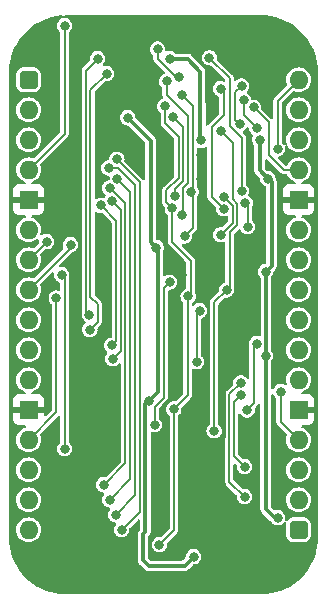
<source format=gbr>
%TF.GenerationSoftware,KiCad,Pcbnew,7.0.5*%
%TF.CreationDate,2023-12-18T07:09:22+02:00*%
%TF.ProjectId,PS2 FIFO,50533220-4649-4464-9f2e-6b696361645f,rev?*%
%TF.SameCoordinates,Original*%
%TF.FileFunction,Copper,L2,Bot*%
%TF.FilePolarity,Positive*%
%FSLAX46Y46*%
G04 Gerber Fmt 4.6, Leading zero omitted, Abs format (unit mm)*
G04 Created by KiCad (PCBNEW 7.0.5) date 2023-12-18 07:09:22*
%MOMM*%
%LPD*%
G01*
G04 APERTURE LIST*
G04 Aperture macros list*
%AMRoundRect*
0 Rectangle with rounded corners*
0 $1 Rounding radius*
0 $2 $3 $4 $5 $6 $7 $8 $9 X,Y pos of 4 corners*
0 Add a 4 corners polygon primitive as box body*
4,1,4,$2,$3,$4,$5,$6,$7,$8,$9,$2,$3,0*
0 Add four circle primitives for the rounded corners*
1,1,$1+$1,$2,$3*
1,1,$1+$1,$4,$5*
1,1,$1+$1,$6,$7*
1,1,$1+$1,$8,$9*
0 Add four rect primitives between the rounded corners*
20,1,$1+$1,$2,$3,$4,$5,0*
20,1,$1+$1,$4,$5,$6,$7,0*
20,1,$1+$1,$6,$7,$8,$9,0*
20,1,$1+$1,$8,$9,$2,$3,0*%
G04 Aperture macros list end*
%TA.AperFunction,ComponentPad*%
%ADD10RoundRect,0.400000X-0.400000X-0.400000X0.400000X-0.400000X0.400000X0.400000X-0.400000X0.400000X0*%
%TD*%
%TA.AperFunction,ComponentPad*%
%ADD11O,1.600000X1.600000*%
%TD*%
%TA.AperFunction,ComponentPad*%
%ADD12R,1.600000X1.600000*%
%TD*%
%TA.AperFunction,ViaPad*%
%ADD13C,0.800000*%
%TD*%
%TA.AperFunction,Conductor*%
%ADD14C,0.380000*%
%TD*%
%TA.AperFunction,Conductor*%
%ADD15C,0.200000*%
%TD*%
G04 APERTURE END LIST*
D10*
%TO.P,J1,1,Pin_1*%
%TO.N,/5V*%
X114300000Y-53340000D03*
D11*
%TO.P,J1,2,Pin_2*%
%TO.N,/~{Packet Pulse}*%
X114300000Y-55880000D03*
%TO.P,J1,3,Pin_3*%
%TO.N,/Read*%
X114300000Y-58420000D03*
%TO.P,J1,4,Pin_4*%
%TO.N,/~{Code Pulse}*%
X114300000Y-60960000D03*
D12*
%TO.P,J1,5,Pin_5*%
%TO.N,/GND*%
X114300000Y-63500000D03*
D11*
%TO.P,J1,6,Pin_6*%
%TO.N,/~{Clear Packet Waiting}*%
X114300000Y-66040000D03*
%TO.P,J1,7,Pin_7*%
%TO.N,/~{Clear Code Waiting}*%
X114300000Y-68580000D03*
%TO.P,J1,8,Pin_8*%
%TO.N,/Packet Pulse*%
X114300000Y-71120000D03*
%TO.P,J1,9,Pin_9*%
%TO.N,/~{Reset}*%
X114300000Y-73660000D03*
%TO.P,J1,10,Pin_10*%
%TO.N,unconnected-(J1-Pin_10-Pad10)*%
X114300000Y-76200000D03*
%TO.P,J1,11,Pin_11*%
%TO.N,unconnected-(J1-Pin_11-Pad11)*%
X114300000Y-78740000D03*
D12*
%TO.P,J1,12,Pin_12*%
%TO.N,/GND*%
X114300000Y-81280000D03*
D11*
%TO.P,J1,13,Pin_13*%
%TO.N,/Packet Pulse_{2}*%
X114300000Y-83820000D03*
%TO.P,J1,14,Pin_14*%
%TO.N,unconnected-(J1-Pin_14-Pad14)*%
X114300000Y-86360000D03*
%TO.P,J1,15,Pin_15*%
%TO.N,unconnected-(J1-Pin_15-Pad15)*%
X114300000Y-88900000D03*
%TO.P,J1,16,Pin_16*%
%TO.N,unconnected-(J1-Pin_16-Pad16)*%
X114300000Y-91440000D03*
D10*
%TO.P,J1,17,Pin_17*%
%TO.N,/5V*%
X137160000Y-91440000D03*
D11*
%TO.P,J1,18,Pin_18*%
%TO.N,/D0*%
X137160000Y-88900000D03*
%TO.P,J1,19,Pin_19*%
%TO.N,/D1*%
X137160000Y-86360000D03*
%TO.P,J1,20,Pin_20*%
%TO.N,/D2*%
X137160000Y-83820000D03*
D12*
%TO.P,J1,21,Pin_21*%
%TO.N,/GND*%
X137160000Y-81280000D03*
D11*
%TO.P,J1,22,Pin_22*%
%TO.N,/D3*%
X137160000Y-78740000D03*
%TO.P,J1,23,Pin_23*%
%TO.N,/D4*%
X137160000Y-76200000D03*
%TO.P,J1,24,Pin_24*%
%TO.N,/D5*%
X137160000Y-73660000D03*
%TO.P,J1,25,Pin_25*%
%TO.N,/D6*%
X137160000Y-71120000D03*
%TO.P,J1,26,Pin_26*%
%TO.N,/D7*%
X137160000Y-68580000D03*
%TO.P,J1,27,Pin_27*%
%TO.N,/Output Ready*%
X137160000Y-66040000D03*
D12*
%TO.P,J1,28,Pin_28*%
%TO.N,/GND*%
X137160000Y-63500000D03*
D11*
%TO.P,J1,29,Pin_29*%
%TO.N,/~{Packet Waiting}*%
X137160000Y-60960000D03*
%TO.P,J1,30,Pin_30*%
%TO.N,/~{Code Waiting}*%
X137160000Y-58420000D03*
%TO.P,J1,31,Pin_31*%
%TO.N,/~{Clock}*%
X137160000Y-55880000D03*
%TO.P,J1,32,Pin_32*%
%TO.N,/Data*%
X137160000Y-53340000D03*
%TD*%
D13*
%TO.N,/5V*%
X128270000Y-93726000D03*
X124460000Y-80518000D03*
X125105183Y-67548413D03*
X122700623Y-56549000D03*
%TO.N,/GND*%
X129286004Y-84328000D03*
X130810000Y-77978000D03*
X128900000Y-59709797D03*
X126238000Y-93698000D03*
X120650000Y-68834000D03*
X130010794Y-55771295D03*
X120142008Y-77978000D03*
X120650000Y-83566000D03*
X120396000Y-92709996D03*
X127254000Y-69850000D03*
X128900000Y-61722000D03*
X125984000Y-59944000D03*
X126746000Y-73406000D03*
X129032000Y-50291992D03*
%TO.N,/Output Ready*%
X117348000Y-84581988D03*
X117094006Y-69850000D03*
%TO.N,/Data*%
X135382000Y-59182000D03*
%TO.N,/3.3V*%
X135382000Y-90424000D03*
X128900000Y-58481585D03*
X134366000Y-69596000D03*
X133858000Y-58401000D03*
X134569385Y-61722000D03*
X134366000Y-76708000D03*
X126238000Y-51562000D03*
%TO.N,/Packet Pulse*%
X117856000Y-67310000D03*
X127254000Y-54610000D03*
X127508000Y-66576101D03*
X128065000Y-62812348D03*
%TO.N,/~{Clock}*%
X126545251Y-56466526D03*
X126664986Y-63184000D03*
%TO.N,/Packet Pulse_{2}*%
X116648000Y-71816272D03*
%TO.N,/Q0*%
X120142000Y-51562000D03*
X119460000Y-73244499D03*
%TO.N,/Q1*%
X119486932Y-74488426D03*
X120904000Y-52832000D03*
%TO.N,/Q2*%
X120396000Y-63969000D03*
X121353178Y-75829833D03*
%TO.N,/Q3*%
X121440000Y-76962000D03*
X121326310Y-63602220D03*
%TO.N,/~{Reset}*%
X125845251Y-55594385D03*
X126474838Y-64233313D03*
X126596657Y-81230115D03*
X127812615Y-71678615D03*
X125378994Y-92710000D03*
%TO.N,/~{Code Pulse}*%
X127000000Y-53086000D03*
X117348000Y-48768000D03*
X125225385Y-50749860D03*
%TO.N,/~{Code Waiting}*%
X133604000Y-57404000D03*
X132517950Y-55071295D03*
%TO.N,/~{Packet Pulse}*%
X132174004Y-57088000D03*
X132334000Y-53866801D03*
%TO.N,/Q4*%
X121172432Y-62498432D03*
X120650000Y-87630000D03*
%TO.N,/Q5*%
X121158000Y-88900000D03*
X121814569Y-61729731D03*
%TO.N,/Q6*%
X121082836Y-60810188D03*
X121666000Y-90170006D03*
%TO.N,/Q7*%
X121778240Y-60091566D03*
X122174000Y-91440000D03*
%TO.N,Net-(IC3-~{1RD})*%
X129619737Y-51482263D03*
X132333984Y-62738000D03*
%TO.N,/~{Packet Waiting}*%
X133350000Y-55688000D03*
%TO.N,Net-(IC3-~{2RD})*%
X130556000Y-54102000D03*
X130810000Y-64262000D03*
%TO.N,/~{Clear Code Waiting}*%
X130556000Y-66464012D03*
X130810000Y-63246000D03*
X115824000Y-67056000D03*
%TO.N,/D0*%
X132272000Y-79009997D03*
X132588000Y-88646000D03*
%TO.N,/D1*%
X132588000Y-86106000D03*
X132272000Y-80035969D03*
%TO.N,/D2*%
X135636000Y-79756006D03*
%TO.N,/D4*%
X133604000Y-75692000D03*
X132797825Y-81288098D03*
%TO.N,/~{Read}_{3}*%
X124978004Y-82550000D03*
X126238000Y-70485000D03*
%TO.N,Net-(IC5-DS)*%
X125984000Y-53473000D03*
X127314720Y-64776087D03*
%TO.N,/~{Read}*%
X128524000Y-77216000D03*
X128777995Y-72898005D03*
%TO.N,/Read*%
X130020000Y-83058000D03*
X130565016Y-57649000D03*
X131064000Y-71132000D03*
%TO.N,/~{Clear Packet Waiting}*%
X132668744Y-63774869D03*
X132842000Y-65786000D03*
%TD*%
D14*
%TO.N,/5V*%
X122700623Y-56549000D02*
X124642000Y-58490377D01*
X125222000Y-79756000D02*
X125222000Y-67665230D01*
X124009000Y-94037000D02*
X124009000Y-91832756D01*
X127508000Y-94488000D02*
X124460000Y-94488000D01*
X124642000Y-67085230D02*
X125105183Y-67548413D01*
X128270000Y-93726000D02*
X127508000Y-94488000D01*
X124460000Y-94488000D02*
X124009000Y-94037000D01*
X124188000Y-91653756D02*
X124188000Y-80790000D01*
X125222000Y-67665230D02*
X125105183Y-67548413D01*
X124642000Y-58490377D02*
X124642000Y-67085230D01*
X124460000Y-80518000D02*
X125222000Y-79756000D01*
X124188000Y-80790000D02*
X124460000Y-80518000D01*
X124009000Y-91832756D02*
X124188000Y-91653756D01*
%TO.N,/GND*%
X129426624Y-52406380D02*
X129426624Y-55187125D01*
X126746000Y-73406000D02*
X126492000Y-73660000D01*
X126492000Y-80194965D02*
X125806657Y-80880308D01*
X130810000Y-77978000D02*
X130810000Y-83566000D01*
X125806657Y-80880308D02*
X125806657Y-90855343D01*
X130048000Y-84328000D02*
X129286004Y-84328000D01*
X120650000Y-68834000D02*
X120650000Y-75415782D01*
X127254000Y-69850000D02*
X127254000Y-71120000D01*
X120142008Y-75923774D02*
X120142008Y-77978000D01*
X128900000Y-61722000D02*
X128900000Y-59709797D01*
X124589000Y-92073000D02*
X124589000Y-93093000D01*
X125222000Y-66548000D02*
X127254000Y-68580000D01*
X120650000Y-83566000D02*
X119634000Y-84582000D01*
X128750000Y-50573992D02*
X128750000Y-51729756D01*
X126492000Y-73660000D02*
X126492000Y-80194965D01*
X126492000Y-73152000D02*
X126746000Y-73406000D01*
X129426624Y-55187125D02*
X130010794Y-55771295D01*
X127254000Y-68580000D02*
X127254000Y-69850000D01*
X119634000Y-84582000D02*
X119634000Y-91947996D01*
X125222000Y-60706000D02*
X125222000Y-66548000D01*
X127254000Y-71120000D02*
X126492000Y-71882000D01*
X125194000Y-93698000D02*
X126238000Y-93698000D01*
X119634000Y-91947996D02*
X120396000Y-92709996D01*
X124589000Y-93093000D02*
X125194000Y-93698000D01*
X120650000Y-75415782D02*
X120142008Y-75923774D01*
X128750000Y-51729756D02*
X129426624Y-52406380D01*
X125984000Y-59944000D02*
X125222000Y-60706000D01*
X125806657Y-90855343D02*
X124589000Y-92073000D01*
X126492000Y-71882000D02*
X126492000Y-73152000D01*
X130810000Y-83566000D02*
X130048000Y-84328000D01*
X129032000Y-50291992D02*
X128750000Y-50573992D01*
D15*
%TO.N,/Output Ready*%
X117348000Y-70103994D02*
X117348000Y-84581988D01*
X117094006Y-69850000D02*
X117348000Y-70103994D01*
%TO.N,/Data*%
X135382000Y-55118000D02*
X135382000Y-59182000D01*
X137160000Y-53340000D02*
X135382000Y-55118000D01*
D14*
%TO.N,/3.3V*%
X134874000Y-69088000D02*
X134874000Y-62026615D01*
X133858000Y-58401000D02*
X133858000Y-61010615D01*
X134394000Y-76680000D02*
X134366000Y-76708000D01*
X133858000Y-61010615D02*
X134569385Y-61722000D01*
X127762000Y-51562000D02*
X128846624Y-52646624D01*
X134366000Y-76708000D02*
X134366000Y-89662000D01*
X128846624Y-52646624D02*
X128846624Y-58428209D01*
X135128000Y-90424000D02*
X135382000Y-90424000D01*
X134394000Y-69624000D02*
X134394000Y-76680000D01*
X134366000Y-89662000D02*
X135128000Y-90424000D01*
X134874000Y-62026615D02*
X134569385Y-61722000D01*
X134366000Y-69596000D02*
X134394000Y-69624000D01*
X126238000Y-51562000D02*
X127762000Y-51562000D01*
X128846624Y-58428209D02*
X128900000Y-58481585D01*
X134366000Y-69596000D02*
X134874000Y-69088000D01*
D15*
%TO.N,/Packet Pulse*%
X117856000Y-67564000D02*
X117856000Y-67310000D01*
X114300000Y-71120000D02*
X117856000Y-67564000D01*
X128215205Y-62962553D02*
X128215205Y-65868896D01*
X128200000Y-62677348D02*
X128065000Y-62812348D01*
X128065000Y-62812348D02*
X128215205Y-62962553D01*
X127254000Y-54610000D02*
X128200000Y-55556000D01*
X128215205Y-65868896D02*
X127508000Y-66576101D01*
X128200000Y-55556000D02*
X128200000Y-62677348D01*
%TO.N,/~{Clock}*%
X127400000Y-61887686D02*
X126664986Y-62622700D01*
X126545251Y-56466526D02*
X127400000Y-57321275D01*
X127400000Y-57321275D02*
X127400000Y-61887686D01*
X126664986Y-62622700D02*
X126664986Y-63184000D01*
%TO.N,/Packet Pulse_{2}*%
X116648000Y-81472000D02*
X116648000Y-71816272D01*
X114300000Y-83820000D02*
X116648000Y-81472000D01*
%TO.N,/Q0*%
X120142000Y-51562000D02*
X119145462Y-52558538D01*
X119145462Y-52558538D02*
X119145462Y-72929961D01*
X119145462Y-72929961D02*
X119460000Y-73244499D01*
%TO.N,/Q1*%
X120904000Y-52832000D02*
X119545462Y-54190538D01*
X119545462Y-54190538D02*
X119545462Y-71724427D01*
X120160000Y-73815358D02*
X119486932Y-74488426D01*
X120160000Y-72338965D02*
X120160000Y-73815358D01*
X119545462Y-71724427D02*
X120160000Y-72338965D01*
%TO.N,/Q2*%
X121698000Y-65271000D02*
X120396000Y-63969000D01*
X121353178Y-75829833D02*
X121698000Y-75485011D01*
X121698000Y-75485011D02*
X121698000Y-65271000D01*
%TO.N,/Q3*%
X121440000Y-76962000D02*
X122098000Y-76304000D01*
X122098000Y-64373910D02*
X121326310Y-63602220D01*
X122098000Y-76304000D02*
X122098000Y-64373910D01*
%TO.N,/~{Reset}*%
X126596661Y-81230119D02*
X126596657Y-81230115D01*
X127000000Y-58166000D02*
X127000000Y-61667034D01*
X125845251Y-55594385D02*
X125845251Y-57011251D01*
X125964986Y-63723461D02*
X126474838Y-64233313D01*
X126596661Y-91492333D02*
X126596661Y-81230119D01*
X126474838Y-67107874D02*
X126474838Y-64233313D01*
X128016000Y-71475230D02*
X128016000Y-68649036D01*
X128016000Y-68649036D02*
X126474838Y-67107874D01*
X125378994Y-92710000D02*
X126596661Y-91492333D01*
X127000000Y-61667034D02*
X125964986Y-62702048D01*
X127762000Y-71729230D02*
X127812615Y-71678615D01*
X125845251Y-57011251D02*
X127000000Y-58166000D01*
X125964986Y-62702048D02*
X125964986Y-63723461D01*
X127762000Y-80064772D02*
X127762000Y-71729230D01*
X127812615Y-71678615D02*
X128016000Y-71475230D01*
X126596657Y-81230115D02*
X127762000Y-80064772D01*
%TO.N,/~{Code Pulse}*%
X117348000Y-48768000D02*
X117348000Y-57912000D01*
X125225385Y-51565385D02*
X126746000Y-53086000D01*
X125225385Y-51565385D02*
X125225385Y-50749860D01*
X127000000Y-53086000D02*
X126746000Y-53086000D01*
X117348000Y-57912000D02*
X114300000Y-60960000D01*
%TO.N,/~{Code Waiting}*%
X132517950Y-56317950D02*
X133604000Y-57404000D01*
X132517950Y-55071295D02*
X132517950Y-56317950D01*
%TO.N,/~{Packet Pulse}*%
X131817950Y-56731946D02*
X132174004Y-57088000D01*
X131817950Y-54382851D02*
X131817950Y-56731946D01*
X132334000Y-53866801D02*
X131817950Y-54382851D01*
%TO.N,/Q4*%
X122498000Y-63783960D02*
X121212472Y-62498432D01*
X121212472Y-62498432D02*
X121172432Y-62498432D01*
X122498000Y-85782000D02*
X122498000Y-63783960D01*
X120650000Y-87630000D02*
X122498000Y-85782000D01*
%TO.N,/Q5*%
X121158000Y-88900000D02*
X122898000Y-87160000D01*
X122898000Y-62813162D02*
X121814569Y-61729731D01*
X122898000Y-87160000D02*
X122898000Y-62813162D01*
%TO.N,/Q6*%
X121666000Y-90170006D02*
X123298000Y-88538006D01*
X123298000Y-88538006D02*
X123298000Y-62223212D01*
X121884976Y-60810188D02*
X121082836Y-60810188D01*
X123298000Y-62223212D02*
X121884976Y-60810188D01*
%TO.N,/Q7*%
X123698000Y-89916000D02*
X123698000Y-62011326D01*
X122174000Y-91440000D02*
X123698000Y-89916000D01*
X123698000Y-62011326D02*
X121778240Y-60091566D01*
%TO.N,Net-(IC3-~{1RD})*%
X132333984Y-58237930D02*
X131318000Y-57221946D01*
X131318000Y-57221946D02*
X131318000Y-53180526D01*
X131318000Y-53180526D02*
X129619737Y-51482263D01*
X132333984Y-62738000D02*
X132333984Y-58237930D01*
%TO.N,/~{Packet Waiting}*%
X134620000Y-56958000D02*
X133350000Y-55688000D01*
X135890000Y-60960000D02*
X134620000Y-59690000D01*
X134620000Y-59690000D02*
X134620000Y-56958000D01*
X137160000Y-60960000D02*
X135890000Y-60960000D01*
%TO.N,Net-(IC3-~{2RD})*%
X129794000Y-63246000D02*
X129794000Y-57377950D01*
X130820472Y-56351478D02*
X130820472Y-54366472D01*
X130810000Y-64262000D02*
X129794000Y-63246000D01*
X130820472Y-54366472D02*
X130556000Y-54102000D01*
X129794000Y-57377950D02*
X130820472Y-56351478D01*
%TO.N,/~{Clear Code Waiting}*%
X114300000Y-68580000D02*
X115824000Y-67056000D01*
X131572000Y-65448012D02*
X130556000Y-66464012D01*
X131572000Y-64008000D02*
X131572000Y-65448012D01*
X130810000Y-63246000D02*
X131572000Y-64008000D01*
%TO.N,/D0*%
X131300000Y-79981997D02*
X132272000Y-79009997D01*
X131300000Y-87358000D02*
X131300000Y-79981997D01*
X132588000Y-88646000D02*
X131300000Y-87358000D01*
%TO.N,/D1*%
X131700000Y-85218000D02*
X131700000Y-80607969D01*
X132588000Y-86106000D02*
X131700000Y-85218000D01*
X131700000Y-80607969D02*
X132272000Y-80035969D01*
%TO.N,/D2*%
X135636000Y-82296000D02*
X135636000Y-79756006D01*
X137160000Y-83820000D02*
X135636000Y-82296000D01*
%TO.N,/D4*%
X133350000Y-75946000D02*
X133604000Y-75692000D01*
X132797825Y-81288098D02*
X133350000Y-80735923D01*
X133350000Y-80735923D02*
X133350000Y-75946000D01*
%TO.N,/~{Read}_{3}*%
X124978004Y-82550000D02*
X124978004Y-81015996D01*
X124978004Y-81015996D02*
X125730000Y-80264000D01*
X125730000Y-80264000D02*
X125730000Y-70993000D01*
X125730000Y-70993000D02*
X126238000Y-70485000D01*
%TO.N,Net-(IC5-DS)*%
X127800000Y-56426000D02*
X127800000Y-62065136D01*
X125984000Y-54610000D02*
X127800000Y-56426000D01*
X127365000Y-62500136D02*
X127365000Y-64725807D01*
X127800000Y-62065136D02*
X127365000Y-62500136D01*
X125984000Y-53473000D02*
X125984000Y-54610000D01*
X127365000Y-64725807D02*
X127314720Y-64776087D01*
%TO.N,/~{Read}*%
X128524000Y-77216000D02*
X128524000Y-73152000D01*
X128524000Y-73152000D02*
X128777995Y-72898005D01*
%TO.N,/Read*%
X131318000Y-66267697D02*
X131972000Y-65613697D01*
X131572000Y-58655984D02*
X130565016Y-57649000D01*
X131318000Y-70878000D02*
X131318000Y-66267697D01*
X131972000Y-65613697D02*
X131972000Y-63842314D01*
X131064000Y-71132000D02*
X131318000Y-70878000D01*
X131572000Y-63442314D02*
X131572000Y-58655984D01*
X131064000Y-71132000D02*
X130020000Y-72176000D01*
X130020000Y-72176000D02*
X130020000Y-83058000D01*
X131972000Y-63842314D02*
X131572000Y-63442314D01*
%TO.N,/~{Clear Packet Waiting}*%
X132668744Y-63774869D02*
X132842000Y-63948125D01*
X132842000Y-63948125D02*
X132842000Y-65786000D01*
%TD*%
%TA.AperFunction,Conductor*%
%TO.N,/GND*%
G36*
X133986351Y-47875559D02*
G01*
X134403236Y-47893760D01*
X134408589Y-47894229D01*
X134820967Y-47948519D01*
X134826268Y-47949454D01*
X135232335Y-48039477D01*
X135237525Y-48040867D01*
X135634209Y-48165941D01*
X135639286Y-48167789D01*
X136023552Y-48326958D01*
X136028422Y-48329229D01*
X136397371Y-48521291D01*
X136402020Y-48523976D01*
X136752809Y-48747454D01*
X136757231Y-48750550D01*
X137087197Y-49003741D01*
X137091342Y-49007220D01*
X137363881Y-49256957D01*
X137397975Y-49288198D01*
X137401801Y-49292024D01*
X137682779Y-49598657D01*
X137686258Y-49602802D01*
X137939449Y-49932768D01*
X137942548Y-49937194D01*
X138166018Y-50287972D01*
X138168712Y-50292635D01*
X138325093Y-50593042D01*
X138360761Y-50661559D01*
X138363048Y-50666463D01*
X138522208Y-51050709D01*
X138524059Y-51055794D01*
X138649125Y-51452450D01*
X138650525Y-51457677D01*
X138740543Y-51863725D01*
X138741483Y-51869054D01*
X138795768Y-52281393D01*
X138796240Y-52286784D01*
X138814441Y-52703648D01*
X138814500Y-52706352D01*
X138814500Y-92073646D01*
X138814441Y-92076350D01*
X138796240Y-92493215D01*
X138795768Y-92498606D01*
X138741483Y-92910945D01*
X138740543Y-92916274D01*
X138650525Y-93322322D01*
X138649125Y-93327546D01*
X138634858Y-93372795D01*
X138524059Y-93724205D01*
X138522208Y-93729290D01*
X138363048Y-94113536D01*
X138360760Y-94118440D01*
X138246104Y-94338696D01*
X138168719Y-94487351D01*
X138166013Y-94492037D01*
X137942553Y-94842798D01*
X137939449Y-94847231D01*
X137686258Y-95177197D01*
X137682779Y-95181342D01*
X137401801Y-95487975D01*
X137397975Y-95491801D01*
X137091342Y-95772779D01*
X137087197Y-95776258D01*
X136757231Y-96029449D01*
X136752798Y-96032553D01*
X136402037Y-96256013D01*
X136397351Y-96258719D01*
X136028440Y-96450761D01*
X136023536Y-96453048D01*
X135639290Y-96612208D01*
X135634205Y-96614059D01*
X135237549Y-96739125D01*
X135232322Y-96740525D01*
X134826274Y-96830543D01*
X134820945Y-96831483D01*
X134408606Y-96885768D01*
X134403215Y-96886240D01*
X133986351Y-96904441D01*
X133983647Y-96904500D01*
X117476353Y-96904500D01*
X117473649Y-96904441D01*
X117056784Y-96886240D01*
X117051393Y-96885768D01*
X116845223Y-96858625D01*
X116639051Y-96831482D01*
X116633725Y-96830543D01*
X116227677Y-96740525D01*
X116222458Y-96739127D01*
X116036218Y-96680405D01*
X115825794Y-96614059D01*
X115820709Y-96612208D01*
X115600171Y-96520858D01*
X115436457Y-96453045D01*
X115431567Y-96450765D01*
X115062635Y-96258712D01*
X115057972Y-96256018D01*
X114707194Y-96032548D01*
X114702768Y-96029449D01*
X114372802Y-95776258D01*
X114368657Y-95772779D01*
X114062024Y-95491801D01*
X114058198Y-95487975D01*
X113777220Y-95181342D01*
X113773741Y-95177197D01*
X113578056Y-94922175D01*
X113520548Y-94847228D01*
X113517454Y-94842809D01*
X113293976Y-94492020D01*
X113291291Y-94487371D01*
X113099229Y-94118422D01*
X113096958Y-94113552D01*
X112937789Y-93729286D01*
X112935940Y-93724205D01*
X112810867Y-93327525D01*
X112809477Y-93322335D01*
X112719454Y-92916268D01*
X112718519Y-92910967D01*
X112664229Y-92498589D01*
X112663760Y-92493236D01*
X112645559Y-92076350D01*
X112645500Y-92073646D01*
X112645500Y-91439999D01*
X113244417Y-91439999D01*
X113264699Y-91645932D01*
X113288620Y-91724790D01*
X113324768Y-91843954D01*
X113422315Y-92026450D01*
X113448211Y-92058004D01*
X113553589Y-92186410D01*
X113650209Y-92265702D01*
X113713550Y-92317685D01*
X113896046Y-92415232D01*
X114094066Y-92475300D01*
X114094065Y-92475300D01*
X114112529Y-92477118D01*
X114300000Y-92495583D01*
X114505934Y-92475300D01*
X114703954Y-92415232D01*
X114886450Y-92317685D01*
X115046410Y-92186410D01*
X115177685Y-92026450D01*
X115275232Y-91843954D01*
X115335300Y-91645934D01*
X115355583Y-91440000D01*
X115335300Y-91234066D01*
X115275232Y-91036046D01*
X115177685Y-90853550D01*
X115070145Y-90722511D01*
X115046410Y-90693589D01*
X114916814Y-90587234D01*
X114886450Y-90562315D01*
X114703954Y-90464768D01*
X114505934Y-90404700D01*
X114505932Y-90404699D01*
X114505934Y-90404699D01*
X114318463Y-90386235D01*
X114300000Y-90384417D01*
X114299999Y-90384417D01*
X114094067Y-90404699D01*
X113896043Y-90464769D01*
X113789129Y-90521917D01*
X113713550Y-90562315D01*
X113713548Y-90562316D01*
X113713547Y-90562317D01*
X113553589Y-90693589D01*
X113426452Y-90848509D01*
X113422315Y-90853550D01*
X113394045Y-90906439D01*
X113324769Y-91036043D01*
X113264699Y-91234067D01*
X113244417Y-91439999D01*
X112645500Y-91439999D01*
X112645500Y-88900000D01*
X113244417Y-88900000D01*
X113264699Y-89105932D01*
X113288770Y-89185283D01*
X113324768Y-89303954D01*
X113422315Y-89486450D01*
X113448645Y-89518533D01*
X113553589Y-89646410D01*
X113592882Y-89678656D01*
X113713550Y-89777685D01*
X113896046Y-89875232D01*
X114094066Y-89935300D01*
X114094065Y-89935300D01*
X114112529Y-89937118D01*
X114300000Y-89955583D01*
X114505934Y-89935300D01*
X114703954Y-89875232D01*
X114886450Y-89777685D01*
X115046410Y-89646410D01*
X115177685Y-89486450D01*
X115275232Y-89303954D01*
X115335300Y-89105934D01*
X115355583Y-88900000D01*
X115335300Y-88694066D01*
X115275232Y-88496046D01*
X115177685Y-88313550D01*
X115096842Y-88215042D01*
X115046410Y-88153589D01*
X114886452Y-88022317D01*
X114886453Y-88022317D01*
X114886450Y-88022315D01*
X114703954Y-87924768D01*
X114505934Y-87864700D01*
X114505932Y-87864699D01*
X114505934Y-87864699D01*
X114300000Y-87844417D01*
X114094067Y-87864699D01*
X113896043Y-87924769D01*
X113785897Y-87983643D01*
X113713550Y-88022315D01*
X113713548Y-88022316D01*
X113713547Y-88022317D01*
X113553589Y-88153589D01*
X113422317Y-88313547D01*
X113422315Y-88313550D01*
X113394044Y-88366441D01*
X113324769Y-88496043D01*
X113264699Y-88694067D01*
X113244417Y-88900000D01*
X112645500Y-88900000D01*
X112645500Y-86359999D01*
X113244417Y-86359999D01*
X113264699Y-86565932D01*
X113264700Y-86565934D01*
X113324768Y-86763954D01*
X113422315Y-86946450D01*
X113422317Y-86946452D01*
X113553589Y-87106410D01*
X113620663Y-87161455D01*
X113713550Y-87237685D01*
X113896046Y-87335232D01*
X114094066Y-87395300D01*
X114094065Y-87395300D01*
X114114347Y-87397297D01*
X114300000Y-87415583D01*
X114505934Y-87395300D01*
X114703954Y-87335232D01*
X114886450Y-87237685D01*
X115046410Y-87106410D01*
X115177685Y-86946450D01*
X115275232Y-86763954D01*
X115335300Y-86565934D01*
X115355583Y-86360000D01*
X115335300Y-86154066D01*
X115275232Y-85956046D01*
X115177685Y-85773550D01*
X115095278Y-85673136D01*
X115046410Y-85613589D01*
X114886452Y-85482317D01*
X114886453Y-85482317D01*
X114886450Y-85482315D01*
X114703954Y-85384768D01*
X114505934Y-85324700D01*
X114505932Y-85324699D01*
X114505934Y-85324699D01*
X114300000Y-85304417D01*
X114094067Y-85324699D01*
X113896043Y-85384769D01*
X113785897Y-85443643D01*
X113713550Y-85482315D01*
X113713548Y-85482316D01*
X113713547Y-85482317D01*
X113553589Y-85613589D01*
X113422317Y-85773547D01*
X113324769Y-85956043D01*
X113264699Y-86154067D01*
X113244417Y-86359999D01*
X112645500Y-86359999D01*
X112645500Y-82127844D01*
X113000000Y-82127844D01*
X113006401Y-82187372D01*
X113006403Y-82187379D01*
X113056645Y-82322086D01*
X113056649Y-82322093D01*
X113142809Y-82437187D01*
X113142812Y-82437190D01*
X113257906Y-82523350D01*
X113257913Y-82523354D01*
X113392620Y-82573596D01*
X113392627Y-82573598D01*
X113452155Y-82579999D01*
X113452172Y-82580000D01*
X113932930Y-82580000D01*
X113999969Y-82599685D01*
X114045724Y-82652489D01*
X114055668Y-82721647D01*
X114026643Y-82785203D01*
X113968925Y-82822660D01*
X113896046Y-82844768D01*
X113896043Y-82844769D01*
X113790506Y-82901181D01*
X113713550Y-82942315D01*
X113713548Y-82942316D01*
X113713547Y-82942317D01*
X113553589Y-83073589D01*
X113422317Y-83233547D01*
X113324769Y-83416043D01*
X113264699Y-83614067D01*
X113244417Y-83820000D01*
X113264699Y-84025932D01*
X113269787Y-84042705D01*
X113324768Y-84223954D01*
X113422315Y-84406450D01*
X113422317Y-84406452D01*
X113553589Y-84566410D01*
X113650209Y-84645702D01*
X113713550Y-84697685D01*
X113896046Y-84795232D01*
X114094066Y-84855300D01*
X114094065Y-84855300D01*
X114112529Y-84857118D01*
X114300000Y-84875583D01*
X114505934Y-84855300D01*
X114703954Y-84795232D01*
X114886450Y-84697685D01*
X115046410Y-84566410D01*
X115177685Y-84406450D01*
X115275232Y-84223954D01*
X115335300Y-84025934D01*
X115355583Y-83820000D01*
X115335300Y-83614066D01*
X115279210Y-83429163D01*
X115278588Y-83359298D01*
X115310189Y-83305491D01*
X116785819Y-81829862D01*
X116847142Y-81796377D01*
X116916834Y-81801361D01*
X116972767Y-81843233D01*
X116997184Y-81908697D01*
X116997500Y-81917543D01*
X116997500Y-83967637D01*
X116977815Y-84034676D01*
X116955728Y-84060450D01*
X116857519Y-84147456D01*
X116857516Y-84147459D01*
X116767781Y-84277463D01*
X116767780Y-84277464D01*
X116711762Y-84425169D01*
X116692721Y-84581987D01*
X116692721Y-84581988D01*
X116711762Y-84738806D01*
X116767779Y-84886511D01*
X116767780Y-84886511D01*
X116857517Y-85016518D01*
X116975760Y-85121271D01*
X116975762Y-85121272D01*
X117115634Y-85194684D01*
X117269014Y-85232488D01*
X117269015Y-85232488D01*
X117426985Y-85232488D01*
X117580365Y-85194684D01*
X117720240Y-85121271D01*
X117838483Y-85016518D01*
X117928220Y-84886511D01*
X117984237Y-84738806D01*
X118003278Y-84581988D01*
X117984237Y-84425170D01*
X117977137Y-84406450D01*
X117962992Y-84369152D01*
X117928220Y-84277465D01*
X117838483Y-84147458D01*
X117838482Y-84147456D01*
X117770976Y-84087652D01*
X117740272Y-84060451D01*
X117703146Y-84001264D01*
X117698500Y-83967644D01*
X117698500Y-72915278D01*
X118790419Y-72915278D01*
X118794485Y-72947898D01*
X118794962Y-72955575D01*
X118794962Y-72959001D01*
X118797694Y-72975381D01*
X118798338Y-72979237D01*
X118798707Y-72981769D01*
X118804889Y-73031354D01*
X118806982Y-73038387D01*
X118812706Y-73055056D01*
X118809925Y-73056010D01*
X118821116Y-73108410D01*
X118820562Y-73114040D01*
X118804722Y-73244498D01*
X118804721Y-73244499D01*
X118823762Y-73401317D01*
X118879780Y-73549022D01*
X118879781Y-73549023D01*
X118969516Y-73679028D01*
X119089785Y-73785576D01*
X119126912Y-73844766D01*
X119126144Y-73914631D01*
X119089785Y-73971207D01*
X118996450Y-74053894D01*
X118906713Y-74183901D01*
X118906712Y-74183902D01*
X118850694Y-74331607D01*
X118831654Y-74488425D01*
X118831654Y-74488426D01*
X118850694Y-74645244D01*
X118906711Y-74792948D01*
X118906712Y-74792949D01*
X118996449Y-74922956D01*
X119114692Y-75027709D01*
X119114694Y-75027710D01*
X119254566Y-75101122D01*
X119407946Y-75138926D01*
X119407947Y-75138926D01*
X119565917Y-75138926D01*
X119719297Y-75101122D01*
X119789805Y-75064116D01*
X119859172Y-75027709D01*
X119977415Y-74922956D01*
X120067152Y-74792949D01*
X120123169Y-74645244D01*
X120142210Y-74488426D01*
X120132206Y-74406042D01*
X120143666Y-74337121D01*
X120167618Y-74303419D01*
X120373043Y-74097994D01*
X120392894Y-74081874D01*
X120400669Y-74076795D01*
X120420864Y-74050846D01*
X120425942Y-74045095D01*
X120428375Y-74042664D01*
X120440301Y-74025958D01*
X120441804Y-74023942D01*
X120472517Y-73984484D01*
X120472519Y-73984475D01*
X120476017Y-73978013D01*
X120479241Y-73971421D01*
X120485873Y-73949143D01*
X120493506Y-73923502D01*
X120494264Y-73921135D01*
X120510500Y-73873846D01*
X120510500Y-73873839D01*
X120511706Y-73866614D01*
X120512617Y-73859310D01*
X120510553Y-73809408D01*
X120510500Y-73806846D01*
X120510500Y-72388176D01*
X120513139Y-72362729D01*
X120513979Y-72358722D01*
X120515043Y-72353650D01*
X120510996Y-72321182D01*
X120510977Y-72321026D01*
X120510500Y-72313350D01*
X120510500Y-72309927D01*
X120509762Y-72305504D01*
X120507118Y-72289664D01*
X120506754Y-72287155D01*
X120500573Y-72237572D01*
X120498477Y-72230533D01*
X120496091Y-72223581D01*
X120474946Y-72184510D01*
X120472313Y-72179646D01*
X120471157Y-72177402D01*
X120457949Y-72150383D01*
X120449200Y-72132484D01*
X120444919Y-72126489D01*
X120440420Y-72120709D01*
X120436947Y-72117512D01*
X120403642Y-72086852D01*
X120401820Y-72085103D01*
X119932281Y-71615564D01*
X119898796Y-71554241D01*
X119895962Y-71527883D01*
X119895962Y-64646330D01*
X119915647Y-64579291D01*
X119968451Y-64533536D01*
X120037609Y-64523592D01*
X120077584Y-64536532D01*
X120163635Y-64581696D01*
X120240325Y-64600597D01*
X120317014Y-64619500D01*
X120317015Y-64619500D01*
X120474986Y-64619500D01*
X120482431Y-64618596D01*
X120482837Y-64621941D01*
X120537459Y-64624221D01*
X120585275Y-64653957D01*
X121311181Y-65379863D01*
X121344666Y-65441186D01*
X121347500Y-65467544D01*
X121347500Y-75064116D01*
X121327815Y-75131155D01*
X121275011Y-75176910D01*
X121253175Y-75184513D01*
X121120811Y-75217137D01*
X120980940Y-75290548D01*
X120862694Y-75395304D01*
X120772959Y-75525308D01*
X120772958Y-75525309D01*
X120716940Y-75673014D01*
X120697900Y-75829832D01*
X120697900Y-75829833D01*
X120716940Y-75986651D01*
X120772958Y-76134356D01*
X120862695Y-76264363D01*
X120949833Y-76341559D01*
X120986958Y-76400747D01*
X120986191Y-76470613D01*
X120953709Y-76521162D01*
X120954491Y-76521855D01*
X120950027Y-76526892D01*
X120949844Y-76527179D01*
X120949520Y-76527466D01*
X120949518Y-76527467D01*
X120859781Y-76657475D01*
X120859780Y-76657476D01*
X120803762Y-76805181D01*
X120784721Y-76961999D01*
X120784721Y-76962000D01*
X120803762Y-77118818D01*
X120850714Y-77242618D01*
X120859780Y-77266523D01*
X120949517Y-77396530D01*
X121067760Y-77501283D01*
X121067762Y-77501284D01*
X121207634Y-77574696D01*
X121361014Y-77612500D01*
X121361015Y-77612500D01*
X121518985Y-77612500D01*
X121672365Y-77574696D01*
X121672364Y-77574696D01*
X121812240Y-77501283D01*
X121930483Y-77396530D01*
X121930486Y-77396525D01*
X121930681Y-77396306D01*
X121930867Y-77396189D01*
X121936097Y-77391556D01*
X121936867Y-77392425D01*
X121989869Y-77359177D01*
X122059735Y-77359941D01*
X122118096Y-77398356D01*
X122146424Y-77462226D01*
X122147500Y-77478529D01*
X122147500Y-85585455D01*
X122127815Y-85652494D01*
X122111181Y-85673136D01*
X120839274Y-86945042D01*
X120777951Y-86978527D01*
X120736721Y-86978004D01*
X120736430Y-86980404D01*
X120728985Y-86979500D01*
X120571015Y-86979500D01*
X120571014Y-86979500D01*
X120417634Y-87017303D01*
X120277762Y-87090715D01*
X120159516Y-87195471D01*
X120069781Y-87325475D01*
X120069780Y-87325476D01*
X120013762Y-87473181D01*
X119994721Y-87629999D01*
X119994721Y-87630000D01*
X120013762Y-87786818D01*
X120058789Y-87905543D01*
X120069780Y-87934523D01*
X120159517Y-88064530D01*
X120277760Y-88169283D01*
X120277762Y-88169284D01*
X120417634Y-88242696D01*
X120445240Y-88249500D01*
X120571015Y-88280500D01*
X120571024Y-88280500D01*
X120574225Y-88280889D01*
X120576413Y-88281830D01*
X120578297Y-88282295D01*
X120578219Y-88282608D01*
X120638404Y-88308508D01*
X120677463Y-88366441D01*
X120679001Y-88436293D01*
X120661335Y-88474425D01*
X120577780Y-88595476D01*
X120521762Y-88743181D01*
X120502721Y-88899999D01*
X120502721Y-88900000D01*
X120521762Y-89056818D01*
X120574498Y-89195869D01*
X120577780Y-89204523D01*
X120667517Y-89334530D01*
X120785760Y-89439283D01*
X120785762Y-89439284D01*
X120925634Y-89512696D01*
X121079010Y-89550499D01*
X121079011Y-89550499D01*
X121079015Y-89550500D01*
X121079018Y-89550500D01*
X121082224Y-89550889D01*
X121084411Y-89551830D01*
X121086297Y-89552295D01*
X121086219Y-89552608D01*
X121146404Y-89578505D01*
X121185466Y-89636435D01*
X121187007Y-89706288D01*
X121169339Y-89744425D01*
X121085780Y-89865482D01*
X121029762Y-90013187D01*
X121010721Y-90170005D01*
X121010721Y-90170006D01*
X121029762Y-90326824D01*
X121085779Y-90474528D01*
X121085780Y-90474529D01*
X121175517Y-90604536D01*
X121293760Y-90709289D01*
X121293762Y-90709290D01*
X121433634Y-90782702D01*
X121522050Y-90804494D01*
X121587015Y-90820506D01*
X121587019Y-90820506D01*
X121590215Y-90820894D01*
X121592396Y-90821832D01*
X121594297Y-90822301D01*
X121594219Y-90822616D01*
X121654396Y-90848509D01*
X121693458Y-90906439D01*
X121695000Y-90976291D01*
X121677331Y-91014431D01*
X121593781Y-91135475D01*
X121593780Y-91135476D01*
X121537762Y-91283181D01*
X121518721Y-91439999D01*
X121518721Y-91440000D01*
X121537762Y-91596818D01*
X121587581Y-91728177D01*
X121593780Y-91744523D01*
X121683517Y-91874530D01*
X121801760Y-91979283D01*
X121801762Y-91979284D01*
X121941634Y-92052696D01*
X122095014Y-92090500D01*
X122095015Y-92090500D01*
X122252985Y-92090500D01*
X122406365Y-92052696D01*
X122406364Y-92052695D01*
X122546240Y-91979283D01*
X122664483Y-91874530D01*
X122754220Y-91744523D01*
X122810237Y-91596818D01*
X122829278Y-91440000D01*
X122819274Y-91357617D01*
X122830734Y-91288696D01*
X122854686Y-91254994D01*
X123535819Y-90573862D01*
X123597141Y-90540378D01*
X123666833Y-90545362D01*
X123722766Y-90587234D01*
X123747183Y-90652698D01*
X123747499Y-90661544D01*
X123747499Y-91418158D01*
X123727814Y-91485197D01*
X123700816Y-91515102D01*
X123682441Y-91529756D01*
X123650331Y-91576852D01*
X123648991Y-91578740D01*
X123615148Y-91624597D01*
X123611248Y-91631977D01*
X123607640Y-91639471D01*
X123590841Y-91693928D01*
X123590117Y-91696128D01*
X123571290Y-91749934D01*
X123569745Y-91758096D01*
X123568500Y-91766361D01*
X123568500Y-91823351D01*
X123568457Y-91825635D01*
X123567772Y-91843954D01*
X123566324Y-91882633D01*
X123567365Y-91891866D01*
X123566508Y-91891962D01*
X123568500Y-91907075D01*
X123568500Y-94008771D01*
X123568110Y-94015719D01*
X123563834Y-94053656D01*
X123569728Y-94084805D01*
X123574438Y-94109698D01*
X123574821Y-94111952D01*
X123583315Y-94168305D01*
X123585781Y-94176301D01*
X123588521Y-94184130D01*
X123615145Y-94234504D01*
X123616190Y-94236574D01*
X123640930Y-94287948D01*
X123645586Y-94294778D01*
X123650569Y-94301528D01*
X123650571Y-94301532D01*
X123690876Y-94341837D01*
X123692459Y-94343481D01*
X123731250Y-94385287D01*
X123738516Y-94391081D01*
X123737978Y-94391754D01*
X123750072Y-94401033D01*
X124128555Y-94779516D01*
X124133191Y-94784704D01*
X124150124Y-94805936D01*
X124156999Y-94814557D01*
X124201778Y-94845087D01*
X124204099Y-94846669D01*
X124205982Y-94848006D01*
X124251842Y-94881852D01*
X124251846Y-94881853D01*
X124259223Y-94885752D01*
X124266713Y-94889359D01*
X124266715Y-94889360D01*
X124294679Y-94897985D01*
X124321184Y-94906161D01*
X124323370Y-94906880D01*
X124377181Y-94925710D01*
X124377186Y-94925710D01*
X124385356Y-94927256D01*
X124393604Y-94928499D01*
X124393605Y-94928500D01*
X124450596Y-94928500D01*
X124452877Y-94928542D01*
X124509877Y-94930675D01*
X124519110Y-94929635D01*
X124519206Y-94930489D01*
X124534320Y-94928500D01*
X127479772Y-94928500D01*
X127486712Y-94928889D01*
X127516651Y-94932263D01*
X127524656Y-94933165D01*
X127524656Y-94933164D01*
X127524657Y-94933165D01*
X127580704Y-94922559D01*
X127582971Y-94922175D01*
X127639306Y-94913685D01*
X127647277Y-94911226D01*
X127655127Y-94908479D01*
X127655127Y-94908478D01*
X127655131Y-94908478D01*
X127705529Y-94881840D01*
X127707575Y-94880808D01*
X127758946Y-94856070D01*
X127758948Y-94856067D01*
X127765804Y-94851393D01*
X127772532Y-94846429D01*
X127776163Y-94842798D01*
X127812837Y-94806122D01*
X127814460Y-94804558D01*
X127856287Y-94765750D01*
X127856289Y-94765746D01*
X127862082Y-94758482D01*
X127862758Y-94759021D01*
X127872028Y-94746931D01*
X128206143Y-94412816D01*
X128267465Y-94379334D01*
X128293823Y-94376500D01*
X128348985Y-94376500D01*
X128502365Y-94338696D01*
X128573174Y-94301532D01*
X128642240Y-94265283D01*
X128760483Y-94160530D01*
X128850220Y-94030523D01*
X128906237Y-93882818D01*
X128925278Y-93726000D01*
X128906237Y-93569182D01*
X128906236Y-93569180D01*
X128884992Y-93513163D01*
X128850220Y-93421477D01*
X128760483Y-93291470D01*
X128642240Y-93186717D01*
X128642238Y-93186716D01*
X128642237Y-93186715D01*
X128502365Y-93113303D01*
X128348986Y-93075500D01*
X128348985Y-93075500D01*
X128191015Y-93075500D01*
X128191014Y-93075500D01*
X128037634Y-93113303D01*
X127897762Y-93186715D01*
X127779516Y-93291471D01*
X127689781Y-93421475D01*
X127689780Y-93421476D01*
X127633763Y-93569180D01*
X127615413Y-93720305D01*
X127587791Y-93784483D01*
X127579999Y-93793039D01*
X127361856Y-94011182D01*
X127300536Y-94044666D01*
X127274177Y-94047500D01*
X124693823Y-94047500D01*
X124626784Y-94027815D01*
X124606142Y-94011181D01*
X124485819Y-93890858D01*
X124452334Y-93829535D01*
X124449500Y-93803177D01*
X124449500Y-92068352D01*
X124469185Y-92001313D01*
X124496188Y-91971405D01*
X124514557Y-91956757D01*
X124546684Y-91909633D01*
X124547986Y-91907798D01*
X124581852Y-91861914D01*
X124581853Y-91861912D01*
X124585741Y-91854554D01*
X124589359Y-91847043D01*
X124589360Y-91847041D01*
X124606166Y-91792552D01*
X124606881Y-91790381D01*
X124625710Y-91736575D01*
X124625710Y-91736569D01*
X124627255Y-91728404D01*
X124628497Y-91720159D01*
X124628500Y-91720151D01*
X124628499Y-91663161D01*
X124628541Y-91660876D01*
X124630675Y-91603879D01*
X124630674Y-91603878D01*
X124629635Y-91594649D01*
X124630488Y-91594552D01*
X124628500Y-91579438D01*
X124628500Y-83292098D01*
X124648185Y-83225059D01*
X124700989Y-83179304D01*
X124770147Y-83169360D01*
X124782172Y-83171700D01*
X124899019Y-83200500D01*
X125056989Y-83200500D01*
X125210369Y-83162696D01*
X125210369Y-83162695D01*
X125350244Y-83089283D01*
X125468487Y-82984530D01*
X125558224Y-82854523D01*
X125614241Y-82706818D01*
X125633282Y-82550000D01*
X125614241Y-82393182D01*
X125558224Y-82245477D01*
X125468487Y-82115470D01*
X125370276Y-82028463D01*
X125333151Y-81969276D01*
X125328504Y-81935649D01*
X125328504Y-81212539D01*
X125348189Y-81145500D01*
X125364819Y-81124862D01*
X125943046Y-80546634D01*
X125962902Y-80530511D01*
X125970669Y-80525437D01*
X125990873Y-80499477D01*
X125995941Y-80493739D01*
X125998375Y-80491307D01*
X126010325Y-80474567D01*
X126011832Y-80472548D01*
X126013427Y-80470499D01*
X126042517Y-80433126D01*
X126042519Y-80433118D01*
X126046017Y-80426655D01*
X126049241Y-80420063D01*
X126050576Y-80415577D01*
X126063506Y-80372144D01*
X126064264Y-80369777D01*
X126080500Y-80322488D01*
X126080500Y-80322481D01*
X126081706Y-80315256D01*
X126082617Y-80307952D01*
X126080553Y-80258050D01*
X126080500Y-80255488D01*
X126080500Y-71259500D01*
X126100185Y-71192461D01*
X126152989Y-71146706D01*
X126204500Y-71135500D01*
X126316985Y-71135500D01*
X126470365Y-71097696D01*
X126610240Y-71024283D01*
X126728483Y-70919530D01*
X126818220Y-70789523D01*
X126874237Y-70641818D01*
X126893278Y-70485000D01*
X126879751Y-70373590D01*
X126874237Y-70328181D01*
X126841672Y-70242315D01*
X126818220Y-70180477D01*
X126728483Y-70050470D01*
X126610240Y-69945717D01*
X126610238Y-69945716D01*
X126610237Y-69945715D01*
X126470365Y-69872303D01*
X126316986Y-69834500D01*
X126316985Y-69834500D01*
X126159015Y-69834500D01*
X126159014Y-69834500D01*
X126005634Y-69872303D01*
X125865761Y-69945715D01*
X125859588Y-69949977D01*
X125858238Y-69948022D01*
X125805469Y-69972813D01*
X125736207Y-69963617D01*
X125682913Y-69918434D01*
X125662506Y-69851611D01*
X125662500Y-69850464D01*
X125662500Y-67924756D01*
X125682185Y-67857716D01*
X125684428Y-67854347D01*
X125685403Y-67852936D01*
X125741420Y-67705231D01*
X125760461Y-67548413D01*
X125757548Y-67524417D01*
X125741420Y-67391594D01*
X125704686Y-67294735D01*
X125685403Y-67243890D01*
X125595666Y-67113883D01*
X125477423Y-67009130D01*
X125477421Y-67009129D01*
X125477420Y-67009128D01*
X125337548Y-66935716D01*
X125176886Y-66896118D01*
X125177634Y-66893080D01*
X125126262Y-66870253D01*
X125087887Y-66811865D01*
X125082500Y-66775713D01*
X125082500Y-62647735D01*
X125082500Y-58518587D01*
X125082887Y-58511686D01*
X125087165Y-58473721D01*
X125076556Y-58417656D01*
X125076177Y-58415417D01*
X125067685Y-58359071D01*
X125067684Y-58359068D01*
X125065231Y-58351115D01*
X125062479Y-58343252D01*
X125062478Y-58343246D01*
X125035841Y-58292847D01*
X125034808Y-58290800D01*
X125010068Y-58239427D01*
X125005403Y-58232584D01*
X125000428Y-58225844D01*
X124983472Y-58208888D01*
X124960121Y-58185537D01*
X124958539Y-58183894D01*
X124919750Y-58142090D01*
X124912482Y-58136294D01*
X124913017Y-58135622D01*
X124900926Y-58126342D01*
X123390624Y-56616040D01*
X123357139Y-56554717D01*
X123355210Y-56543315D01*
X123336860Y-56392182D01*
X123280843Y-56244477D01*
X123191106Y-56114470D01*
X123072863Y-56009717D01*
X123072861Y-56009716D01*
X123072860Y-56009715D01*
X122932988Y-55936303D01*
X122779609Y-55898500D01*
X122779608Y-55898500D01*
X122621638Y-55898500D01*
X122621637Y-55898500D01*
X122468257Y-55936303D01*
X122328385Y-56009715D01*
X122210139Y-56114471D01*
X122120404Y-56244475D01*
X122120403Y-56244476D01*
X122064385Y-56392181D01*
X122045345Y-56548999D01*
X122045345Y-56549000D01*
X122064385Y-56705818D01*
X122088156Y-56768495D01*
X122120403Y-56853523D01*
X122210140Y-56983530D01*
X122328383Y-57088283D01*
X122328385Y-57088284D01*
X122468257Y-57161696D01*
X122621637Y-57199500D01*
X122621638Y-57199500D01*
X122676800Y-57199500D01*
X122743839Y-57219185D01*
X122764481Y-57235819D01*
X124165181Y-58636519D01*
X124198666Y-58697842D01*
X124201500Y-58724200D01*
X124201500Y-61718484D01*
X124181815Y-61785523D01*
X124129011Y-61831278D01*
X124059853Y-61841222D01*
X123996297Y-61812197D01*
X123979647Y-61794647D01*
X123978418Y-61793068D01*
X123941645Y-61759215D01*
X123939796Y-61757441D01*
X122458929Y-60276574D01*
X122425444Y-60215251D01*
X122423514Y-60173950D01*
X122433518Y-60091566D01*
X122414477Y-59934748D01*
X122358460Y-59787043D01*
X122268723Y-59657036D01*
X122150480Y-59552283D01*
X122150478Y-59552282D01*
X122150477Y-59552281D01*
X122010605Y-59478869D01*
X121857226Y-59441066D01*
X121857225Y-59441066D01*
X121699255Y-59441066D01*
X121699254Y-59441066D01*
X121545874Y-59478869D01*
X121406002Y-59552281D01*
X121287756Y-59657037D01*
X121198021Y-59787041D01*
X121198020Y-59787042D01*
X121142003Y-59934747D01*
X121127932Y-60050634D01*
X121100310Y-60114812D01*
X121042376Y-60153869D01*
X121011284Y-60158688D01*
X121011296Y-60158784D01*
X121008398Y-60159135D01*
X121004836Y-60159688D01*
X121003850Y-60159688D01*
X120850470Y-60197491D01*
X120710598Y-60270903D01*
X120710595Y-60270905D01*
X120710596Y-60270905D01*
X120594733Y-60373550D01*
X120592352Y-60375659D01*
X120502617Y-60505663D01*
X120502616Y-60505664D01*
X120446598Y-60653369D01*
X120427558Y-60810187D01*
X120427558Y-60810188D01*
X120446598Y-60967006D01*
X120486228Y-61071500D01*
X120502616Y-61114711D01*
X120592353Y-61244718D01*
X120710596Y-61349471D01*
X120710598Y-61349472D01*
X120850470Y-61422884D01*
X121003850Y-61460688D01*
X121051991Y-61460688D01*
X121119030Y-61480373D01*
X121164785Y-61533177D01*
X121175087Y-61599634D01*
X121159291Y-61729730D01*
X121159291Y-61734554D01*
X121139606Y-61801593D01*
X121086802Y-61847348D01*
X121064966Y-61854951D01*
X120940065Y-61885736D01*
X120800194Y-61959147D01*
X120721363Y-62028984D01*
X120686976Y-62059449D01*
X120681948Y-62063903D01*
X120592213Y-62193907D01*
X120592212Y-62193908D01*
X120536194Y-62341613D01*
X120517153Y-62498431D01*
X120517153Y-62498432D01*
X120536194Y-62655250D01*
X120584955Y-62783821D01*
X120592212Y-62802955D01*
X120681949Y-62932962D01*
X120795750Y-63033780D01*
X120832875Y-63092967D01*
X120832108Y-63162833D01*
X120815572Y-63197034D01*
X120743022Y-63302140D01*
X120688739Y-63346130D01*
X120619290Y-63353790D01*
X120611298Y-63352097D01*
X120474986Y-63318500D01*
X120474985Y-63318500D01*
X120317015Y-63318500D01*
X120317014Y-63318500D01*
X120163634Y-63356303D01*
X120077588Y-63401465D01*
X120009080Y-63415191D01*
X119944027Y-63389699D01*
X119903082Y-63333083D01*
X119895962Y-63291669D01*
X119895962Y-54387080D01*
X119915647Y-54320041D01*
X119932277Y-54299403D01*
X120714724Y-53516955D01*
X120776045Y-53483472D01*
X120817270Y-53484039D01*
X120817567Y-53481596D01*
X120825013Y-53482500D01*
X120825015Y-53482500D01*
X120982985Y-53482500D01*
X121136365Y-53444696D01*
X121156091Y-53434343D01*
X121276240Y-53371283D01*
X121394483Y-53266530D01*
X121484220Y-53136523D01*
X121540237Y-52988818D01*
X121559278Y-52832000D01*
X121553144Y-52781477D01*
X121540237Y-52675181D01*
X121501841Y-52573940D01*
X121484220Y-52527477D01*
X121394483Y-52397470D01*
X121276240Y-52292717D01*
X121276238Y-52292716D01*
X121276237Y-52292715D01*
X121136365Y-52219303D01*
X120982986Y-52181500D01*
X120982985Y-52181500D01*
X120825015Y-52181500D01*
X120825014Y-52181500D01*
X120755415Y-52198654D01*
X120685613Y-52195584D01*
X120628551Y-52155264D01*
X120602346Y-52090495D01*
X120615319Y-52021840D01*
X120628325Y-52002774D01*
X120628222Y-52002703D01*
X120632483Y-51996530D01*
X120722220Y-51866523D01*
X120778237Y-51718818D01*
X120797278Y-51562000D01*
X120795906Y-51550696D01*
X120778237Y-51405181D01*
X120747996Y-51325444D01*
X120722220Y-51257477D01*
X120632483Y-51127470D01*
X120514240Y-51022717D01*
X120514238Y-51022716D01*
X120514237Y-51022715D01*
X120374365Y-50949303D01*
X120220986Y-50911500D01*
X120220985Y-50911500D01*
X120063015Y-50911500D01*
X120063014Y-50911500D01*
X119909634Y-50949303D01*
X119769762Y-51022715D01*
X119651516Y-51127471D01*
X119561781Y-51257475D01*
X119561780Y-51257476D01*
X119505763Y-51405181D01*
X119486722Y-51562000D01*
X119496724Y-51644381D01*
X119485263Y-51713304D01*
X119461309Y-51747007D01*
X118932417Y-52275899D01*
X118912568Y-52292020D01*
X118904793Y-52297100D01*
X118884605Y-52323036D01*
X118879529Y-52328786D01*
X118877096Y-52331219D01*
X118877086Y-52331232D01*
X118865157Y-52347939D01*
X118863626Y-52349991D01*
X118832945Y-52389410D01*
X118829437Y-52395891D01*
X118826223Y-52402469D01*
X118811968Y-52450347D01*
X118811187Y-52452784D01*
X118794961Y-52500050D01*
X118793756Y-52507271D01*
X118792844Y-52514584D01*
X118794909Y-52564486D01*
X118794962Y-52567048D01*
X118794962Y-72880749D01*
X118792323Y-72906193D01*
X118790419Y-72915272D01*
X118790419Y-72915278D01*
X117698500Y-72915278D01*
X117698500Y-70153204D01*
X117701139Y-70127758D01*
X117702389Y-70121796D01*
X117703043Y-70118679D01*
X117703042Y-70118672D01*
X117703468Y-70108408D01*
X117704349Y-70108444D01*
X117710190Y-70059692D01*
X117713687Y-70050471D01*
X117730243Y-70006818D01*
X117749284Y-69850000D01*
X117730243Y-69693182D01*
X117730120Y-69692858D01*
X117693386Y-69595999D01*
X117674226Y-69545477D01*
X117584489Y-69415470D01*
X117466246Y-69310717D01*
X117466244Y-69310716D01*
X117466243Y-69310715D01*
X117326371Y-69237303D01*
X117172992Y-69199500D01*
X117172991Y-69199500D01*
X117015543Y-69199500D01*
X116948504Y-69179815D01*
X116902749Y-69127011D01*
X116892805Y-69057853D01*
X116921830Y-68994297D01*
X116927862Y-68987819D01*
X117428238Y-68487443D01*
X117937346Y-67978334D01*
X117995350Y-67945621D01*
X118088365Y-67922696D01*
X118228240Y-67849283D01*
X118346483Y-67744530D01*
X118436220Y-67614523D01*
X118492237Y-67466818D01*
X118511278Y-67310000D01*
X118501152Y-67226600D01*
X118492237Y-67153181D01*
X118455380Y-67055999D01*
X118436220Y-67005477D01*
X118346483Y-66875470D01*
X118228240Y-66770717D01*
X118228238Y-66770716D01*
X118228237Y-66770715D01*
X118088365Y-66697303D01*
X117934986Y-66659500D01*
X117934985Y-66659500D01*
X117777015Y-66659500D01*
X117777014Y-66659500D01*
X117623634Y-66697303D01*
X117483762Y-66770715D01*
X117365516Y-66875471D01*
X117275781Y-67005475D01*
X117275780Y-67005476D01*
X117219762Y-67153181D01*
X117200721Y-67309999D01*
X117200721Y-67310000D01*
X117219763Y-67466818D01*
X117256703Y-67564222D01*
X117262070Y-67633885D01*
X117228922Y-67695391D01*
X117228442Y-67695874D01*
X114814508Y-70109808D01*
X114753185Y-70143293D01*
X114690833Y-70140788D01*
X114505934Y-70084700D01*
X114505932Y-70084699D01*
X114505934Y-70084699D01*
X114318463Y-70066235D01*
X114300000Y-70064417D01*
X114299999Y-70064417D01*
X114094067Y-70084699D01*
X113971775Y-70121796D01*
X113900909Y-70143293D01*
X113896043Y-70144769D01*
X113785898Y-70203643D01*
X113713550Y-70242315D01*
X113713548Y-70242316D01*
X113713547Y-70242317D01*
X113553589Y-70373589D01*
X113422317Y-70533547D01*
X113324769Y-70716043D01*
X113264699Y-70914067D01*
X113244417Y-71120000D01*
X113264699Y-71325932D01*
X113264700Y-71325934D01*
X113324768Y-71523954D01*
X113422315Y-71706450D01*
X113456969Y-71748677D01*
X113553589Y-71866410D01*
X113612265Y-71914563D01*
X113713550Y-71997685D01*
X113896046Y-72095232D01*
X114094066Y-72155300D01*
X114094065Y-72155300D01*
X114112529Y-72157118D01*
X114300000Y-72175583D01*
X114505934Y-72155300D01*
X114703954Y-72095232D01*
X114886450Y-71997685D01*
X115046410Y-71866410D01*
X115177685Y-71706450D01*
X115275232Y-71523954D01*
X115335300Y-71325934D01*
X115355583Y-71120000D01*
X115335300Y-70914066D01*
X115279210Y-70729163D01*
X115278588Y-70659298D01*
X115310189Y-70605491D01*
X116236195Y-69679485D01*
X116297516Y-69646002D01*
X116367208Y-69650986D01*
X116423141Y-69692858D01*
X116447558Y-69758322D01*
X116446970Y-69782113D01*
X116438728Y-69849998D01*
X116438728Y-69850000D01*
X116457768Y-70006818D01*
X116496828Y-70109808D01*
X116513786Y-70154523D01*
X116603523Y-70284530D01*
X116721766Y-70389283D01*
X116861641Y-70462696D01*
X116903174Y-70472932D01*
X116963554Y-70508087D01*
X116995344Y-70570305D01*
X116997500Y-70593329D01*
X116997500Y-71074173D01*
X116977815Y-71141212D01*
X116925011Y-71186967D01*
X116855853Y-71196911D01*
X116843825Y-71194570D01*
X116835268Y-71192461D01*
X116726985Y-71165772D01*
X116569015Y-71165772D01*
X116569014Y-71165772D01*
X116415634Y-71203575D01*
X116275762Y-71276987D01*
X116220514Y-71325932D01*
X116166155Y-71374090D01*
X116157516Y-71381743D01*
X116067781Y-71511747D01*
X116067780Y-71511748D01*
X116011762Y-71659453D01*
X115992721Y-71816271D01*
X115992721Y-71816272D01*
X116011762Y-71973090D01*
X116054917Y-72086878D01*
X116067780Y-72120795D01*
X116091597Y-72155300D01*
X116157517Y-72250803D01*
X116199984Y-72288424D01*
X116255726Y-72337807D01*
X116292853Y-72396995D01*
X116297500Y-72430622D01*
X116297500Y-81275455D01*
X116277815Y-81342494D01*
X116261181Y-81363136D01*
X115811681Y-81812636D01*
X115750358Y-81846121D01*
X115680666Y-81841137D01*
X115624733Y-81799265D01*
X115600316Y-81733801D01*
X115600000Y-81724955D01*
X115600000Y-81530000D01*
X114733686Y-81530000D01*
X114759493Y-81489844D01*
X114800000Y-81351889D01*
X114800000Y-81208111D01*
X114759493Y-81070156D01*
X114733686Y-81030000D01*
X115600000Y-81030000D01*
X115600000Y-80432172D01*
X115599999Y-80432155D01*
X115593598Y-80372627D01*
X115593596Y-80372620D01*
X115543354Y-80237913D01*
X115543350Y-80237906D01*
X115457190Y-80122812D01*
X115457187Y-80122809D01*
X115342093Y-80036649D01*
X115342086Y-80036645D01*
X115207379Y-79986403D01*
X115207372Y-79986401D01*
X115147844Y-79980000D01*
X114667070Y-79980000D01*
X114600031Y-79960315D01*
X114554276Y-79907511D01*
X114544332Y-79838353D01*
X114573357Y-79774797D01*
X114631074Y-79737339D01*
X114703954Y-79715232D01*
X114886450Y-79617685D01*
X115046410Y-79486410D01*
X115177685Y-79326450D01*
X115275232Y-79143954D01*
X115335300Y-78945934D01*
X115355583Y-78740000D01*
X115335300Y-78534066D01*
X115275232Y-78336046D01*
X115177685Y-78153550D01*
X115125702Y-78090209D01*
X115046410Y-77993589D01*
X114886452Y-77862317D01*
X114886453Y-77862317D01*
X114886450Y-77862315D01*
X114703954Y-77764768D01*
X114505934Y-77704700D01*
X114505932Y-77704699D01*
X114505934Y-77704699D01*
X114300000Y-77684417D01*
X114094067Y-77704699D01*
X113896043Y-77764769D01*
X113785897Y-77823643D01*
X113713550Y-77862315D01*
X113713548Y-77862316D01*
X113713547Y-77862317D01*
X113553589Y-77993589D01*
X113422317Y-78153547D01*
X113324769Y-78336043D01*
X113264699Y-78534067D01*
X113244417Y-78739999D01*
X113264699Y-78945932D01*
X113264700Y-78945934D01*
X113324768Y-79143954D01*
X113422315Y-79326450D01*
X113422317Y-79326452D01*
X113553589Y-79486410D01*
X113638222Y-79555865D01*
X113713550Y-79617685D01*
X113896046Y-79715232D01*
X113968925Y-79737339D01*
X114027364Y-79775637D01*
X114055820Y-79839449D01*
X114045260Y-79908516D01*
X113999036Y-79960910D01*
X113932930Y-79980000D01*
X113452155Y-79980000D01*
X113392627Y-79986401D01*
X113392620Y-79986403D01*
X113257913Y-80036645D01*
X113257906Y-80036649D01*
X113142812Y-80122809D01*
X113142809Y-80122812D01*
X113056649Y-80237906D01*
X113056645Y-80237913D01*
X113006403Y-80372620D01*
X113006401Y-80372627D01*
X113000000Y-80432155D01*
X113000000Y-81030000D01*
X113866314Y-81030000D01*
X113840507Y-81070156D01*
X113800000Y-81208111D01*
X113800000Y-81351889D01*
X113840507Y-81489844D01*
X113866314Y-81530000D01*
X113000000Y-81530000D01*
X113000000Y-82127844D01*
X112645500Y-82127844D01*
X112645500Y-76200000D01*
X113244417Y-76200000D01*
X113264699Y-76405932D01*
X113264700Y-76405934D01*
X113324768Y-76603954D01*
X113422315Y-76786450D01*
X113422317Y-76786452D01*
X113553589Y-76946410D01*
X113650209Y-77025702D01*
X113713550Y-77077685D01*
X113896046Y-77175232D01*
X114094066Y-77235300D01*
X114094065Y-77235300D01*
X114112529Y-77237118D01*
X114300000Y-77255583D01*
X114505934Y-77235300D01*
X114703954Y-77175232D01*
X114886450Y-77077685D01*
X115046410Y-76946410D01*
X115177685Y-76786450D01*
X115275232Y-76603954D01*
X115335300Y-76405934D01*
X115355583Y-76200000D01*
X115335300Y-75994066D01*
X115275232Y-75796046D01*
X115177685Y-75613550D01*
X115125702Y-75550209D01*
X115046410Y-75453589D01*
X114886452Y-75322317D01*
X114886453Y-75322317D01*
X114886450Y-75322315D01*
X114703954Y-75224768D01*
X114505934Y-75164700D01*
X114505932Y-75164699D01*
X114505934Y-75164699D01*
X114318463Y-75146235D01*
X114300000Y-75144417D01*
X114299999Y-75144417D01*
X114094067Y-75164699D01*
X113896043Y-75224769D01*
X113785898Y-75283643D01*
X113713550Y-75322315D01*
X113713548Y-75322316D01*
X113713547Y-75322317D01*
X113553589Y-75453589D01*
X113422317Y-75613547D01*
X113324769Y-75796043D01*
X113264699Y-75994067D01*
X113244417Y-76200000D01*
X112645500Y-76200000D01*
X112645500Y-73659999D01*
X113244417Y-73659999D01*
X113264699Y-73865932D01*
X113279472Y-73914631D01*
X113324768Y-74063954D01*
X113422315Y-74246450D01*
X113422317Y-74246452D01*
X113553589Y-74406410D01*
X113650209Y-74485702D01*
X113713550Y-74537685D01*
X113896046Y-74635232D01*
X114094066Y-74695300D01*
X114094065Y-74695300D01*
X114114347Y-74697297D01*
X114300000Y-74715583D01*
X114505934Y-74695300D01*
X114703954Y-74635232D01*
X114886450Y-74537685D01*
X115046410Y-74406410D01*
X115177685Y-74246450D01*
X115275232Y-74063954D01*
X115335300Y-73865934D01*
X115355583Y-73660000D01*
X115335300Y-73454066D01*
X115275232Y-73256046D01*
X115177685Y-73073550D01*
X115119348Y-73002466D01*
X115046410Y-72913589D01*
X114886452Y-72782317D01*
X114886453Y-72782317D01*
X114886450Y-72782315D01*
X114703954Y-72684768D01*
X114505934Y-72624700D01*
X114505932Y-72624699D01*
X114505934Y-72624699D01*
X114300000Y-72604417D01*
X114094067Y-72624699D01*
X113896043Y-72684769D01*
X113790496Y-72741186D01*
X113713550Y-72782315D01*
X113713548Y-72782316D01*
X113713547Y-72782317D01*
X113553589Y-72913589D01*
X113422317Y-73073547D01*
X113422315Y-73073550D01*
X113388943Y-73135984D01*
X113324769Y-73256043D01*
X113264699Y-73454067D01*
X113244417Y-73659999D01*
X112645500Y-73659999D01*
X112645500Y-58420000D01*
X113244417Y-58420000D01*
X113264699Y-58625932D01*
X113278270Y-58670669D01*
X113324768Y-58823954D01*
X113422315Y-59006450D01*
X113437688Y-59025182D01*
X113553589Y-59166410D01*
X113623379Y-59223684D01*
X113713550Y-59297685D01*
X113896046Y-59395232D01*
X114094066Y-59455300D01*
X114094065Y-59455300D01*
X114112529Y-59457118D01*
X114300000Y-59475583D01*
X114505934Y-59455300D01*
X114703954Y-59395232D01*
X114886450Y-59297685D01*
X115046410Y-59166410D01*
X115177685Y-59006450D01*
X115275232Y-58823954D01*
X115335300Y-58625934D01*
X115355583Y-58420000D01*
X115335300Y-58214066D01*
X115275232Y-58016046D01*
X115177685Y-57833550D01*
X115122919Y-57766817D01*
X115046410Y-57673589D01*
X114886452Y-57542317D01*
X114886453Y-57542317D01*
X114886450Y-57542315D01*
X114703954Y-57444768D01*
X114505934Y-57384700D01*
X114505932Y-57384699D01*
X114505934Y-57384699D01*
X114300000Y-57364417D01*
X114094067Y-57384699D01*
X113896043Y-57444769D01*
X113785898Y-57503643D01*
X113713550Y-57542315D01*
X113713548Y-57542316D01*
X113713547Y-57542317D01*
X113553589Y-57673589D01*
X113422317Y-57833547D01*
X113422315Y-57833550D01*
X113388669Y-57896497D01*
X113324769Y-58016043D01*
X113324768Y-58016045D01*
X113324768Y-58016046D01*
X113323511Y-58020190D01*
X113264699Y-58214067D01*
X113244417Y-58420000D01*
X112645500Y-58420000D01*
X112645500Y-55879999D01*
X113244417Y-55879999D01*
X113264699Y-56085932D01*
X113278201Y-56130443D01*
X113324768Y-56283954D01*
X113422315Y-56466450D01*
X113440705Y-56488858D01*
X113553589Y-56626410D01*
X113610158Y-56672834D01*
X113713550Y-56757685D01*
X113896046Y-56855232D01*
X114094066Y-56915300D01*
X114094065Y-56915300D01*
X114112529Y-56917118D01*
X114300000Y-56935583D01*
X114505934Y-56915300D01*
X114703954Y-56855232D01*
X114886450Y-56757685D01*
X115046410Y-56626410D01*
X115177685Y-56466450D01*
X115275232Y-56283954D01*
X115335300Y-56085934D01*
X115355583Y-55880000D01*
X115335300Y-55674066D01*
X115275232Y-55476046D01*
X115177685Y-55293550D01*
X115067966Y-55159856D01*
X115046410Y-55133589D01*
X114928677Y-55036969D01*
X114886450Y-55002315D01*
X114703954Y-54904768D01*
X114505934Y-54844700D01*
X114505932Y-54844699D01*
X114505934Y-54844699D01*
X114300000Y-54824417D01*
X114094067Y-54844699D01*
X113896043Y-54904769D01*
X113789102Y-54961931D01*
X113713550Y-55002315D01*
X113713548Y-55002316D01*
X113713547Y-55002317D01*
X113553589Y-55133589D01*
X113422317Y-55293547D01*
X113324769Y-55476043D01*
X113264699Y-55674067D01*
X113244417Y-55879999D01*
X112645500Y-55879999D01*
X112645500Y-53805701D01*
X113249500Y-53805701D01*
X113252401Y-53842567D01*
X113252402Y-53842573D01*
X113298254Y-54000393D01*
X113298255Y-54000396D01*
X113298256Y-54000398D01*
X113311989Y-54023619D01*
X113381917Y-54141862D01*
X113381923Y-54141870D01*
X113498129Y-54258076D01*
X113498133Y-54258079D01*
X113498135Y-54258081D01*
X113639602Y-54341744D01*
X113681224Y-54353836D01*
X113797426Y-54387597D01*
X113797429Y-54387597D01*
X113797431Y-54387598D01*
X113834306Y-54390500D01*
X113834314Y-54390500D01*
X114765686Y-54390500D01*
X114765694Y-54390500D01*
X114802569Y-54387598D01*
X114802571Y-54387597D01*
X114802573Y-54387597D01*
X114844899Y-54375300D01*
X114960398Y-54341744D01*
X115101865Y-54258081D01*
X115218081Y-54141865D01*
X115301744Y-54000398D01*
X115347598Y-53842569D01*
X115350500Y-53805694D01*
X115350500Y-52874306D01*
X115347598Y-52837431D01*
X115346020Y-52832000D01*
X115301745Y-52679606D01*
X115301744Y-52679603D01*
X115301744Y-52679602D01*
X115218081Y-52538135D01*
X115218079Y-52538133D01*
X115218076Y-52538129D01*
X115101870Y-52421923D01*
X115101862Y-52421917D01*
X115005229Y-52364769D01*
X114960398Y-52338256D01*
X114960397Y-52338255D01*
X114960396Y-52338255D01*
X114960393Y-52338254D01*
X114802573Y-52292402D01*
X114802567Y-52292401D01*
X114765701Y-52289500D01*
X114765694Y-52289500D01*
X113834306Y-52289500D01*
X113834298Y-52289500D01*
X113797432Y-52292401D01*
X113797426Y-52292402D01*
X113639606Y-52338254D01*
X113639603Y-52338255D01*
X113498137Y-52421917D01*
X113498129Y-52421923D01*
X113381923Y-52538129D01*
X113381917Y-52538137D01*
X113298255Y-52679603D01*
X113298254Y-52679606D01*
X113252402Y-52837426D01*
X113252401Y-52837432D01*
X113249500Y-52874298D01*
X113249500Y-53805701D01*
X112645500Y-53805701D01*
X112645500Y-52706352D01*
X112645559Y-52703648D01*
X112646968Y-52671369D01*
X112663760Y-52286761D01*
X112664229Y-52281412D01*
X112718520Y-51869028D01*
X112719456Y-51863725D01*
X112809478Y-51457658D01*
X112810866Y-51452479D01*
X112935943Y-51055783D01*
X112937786Y-51050721D01*
X113096962Y-50666438D01*
X113099225Y-50661586D01*
X113291297Y-50292618D01*
X113293970Y-50287989D01*
X113517461Y-49937179D01*
X113520540Y-49932781D01*
X113773753Y-49602786D01*
X113777212Y-49598665D01*
X114058209Y-49292012D01*
X114062012Y-49288209D01*
X114368665Y-49007212D01*
X114372786Y-49003753D01*
X114702781Y-48750540D01*
X114707179Y-48747461D01*
X115057989Y-48523970D01*
X115062618Y-48521297D01*
X115431586Y-48329225D01*
X115436438Y-48326962D01*
X115820721Y-48167786D01*
X115825783Y-48165943D01*
X116222479Y-48040866D01*
X116227658Y-48039478D01*
X116633735Y-47949454D01*
X116639028Y-47948520D01*
X117051410Y-47894229D01*
X117056763Y-47893760D01*
X117170797Y-47888782D01*
X117238631Y-47905524D01*
X117286646Y-47956282D01*
X117299596Y-48024941D01*
X117273370Y-48089702D01*
X117216295Y-48130004D01*
X117205880Y-48133061D01*
X117115633Y-48155304D01*
X116975762Y-48228715D01*
X116857516Y-48333471D01*
X116767781Y-48463475D01*
X116767780Y-48463476D01*
X116711762Y-48611181D01*
X116692721Y-48767999D01*
X116692721Y-48768000D01*
X116711762Y-48924818D01*
X116767780Y-49072523D01*
X116767781Y-49072524D01*
X116857517Y-49202531D01*
X116918109Y-49256210D01*
X116955726Y-49289535D01*
X116992853Y-49348723D01*
X116997500Y-49382350D01*
X116997500Y-57715455D01*
X116977815Y-57782494D01*
X116961181Y-57803136D01*
X114814508Y-59949808D01*
X114753185Y-59983293D01*
X114690833Y-59980788D01*
X114505934Y-59924700D01*
X114505932Y-59924699D01*
X114505934Y-59924699D01*
X114300000Y-59904417D01*
X114094067Y-59924699D01*
X113955470Y-59966742D01*
X113900909Y-59983293D01*
X113896043Y-59984769D01*
X113791207Y-60040806D01*
X113713550Y-60082315D01*
X113713548Y-60082316D01*
X113713547Y-60082317D01*
X113553589Y-60213589D01*
X113422317Y-60373547D01*
X113422315Y-60373550D01*
X113421188Y-60375659D01*
X113324769Y-60556043D01*
X113264699Y-60754067D01*
X113244417Y-60959999D01*
X113264699Y-61165932D01*
X113282905Y-61225950D01*
X113324768Y-61363954D01*
X113422315Y-61546450D01*
X113456969Y-61588677D01*
X113553589Y-61706410D01*
X113616888Y-61758357D01*
X113713550Y-61837685D01*
X113896046Y-61935232D01*
X113968925Y-61957339D01*
X114027364Y-61995637D01*
X114055820Y-62059449D01*
X114045260Y-62128516D01*
X113999036Y-62180910D01*
X113932930Y-62200000D01*
X113452155Y-62200000D01*
X113392627Y-62206401D01*
X113392620Y-62206403D01*
X113257913Y-62256645D01*
X113257906Y-62256649D01*
X113142812Y-62342809D01*
X113142809Y-62342812D01*
X113056649Y-62457906D01*
X113056645Y-62457913D01*
X113006403Y-62592620D01*
X113006401Y-62592627D01*
X113000000Y-62652155D01*
X113000000Y-63250000D01*
X113866314Y-63250000D01*
X113840507Y-63290156D01*
X113800000Y-63428111D01*
X113800000Y-63571889D01*
X113840507Y-63709844D01*
X113866314Y-63750000D01*
X113000000Y-63750000D01*
X113000000Y-64347844D01*
X113006401Y-64407372D01*
X113006403Y-64407379D01*
X113056645Y-64542086D01*
X113056649Y-64542093D01*
X113142809Y-64657187D01*
X113142812Y-64657190D01*
X113257906Y-64743350D01*
X113257913Y-64743354D01*
X113392620Y-64793596D01*
X113392627Y-64793598D01*
X113452155Y-64799999D01*
X113452172Y-64800000D01*
X113932930Y-64800000D01*
X113999969Y-64819685D01*
X114045724Y-64872489D01*
X114055668Y-64941647D01*
X114026643Y-65005203D01*
X113968925Y-65042660D01*
X113896046Y-65064768D01*
X113896043Y-65064769D01*
X113785898Y-65123643D01*
X113713550Y-65162315D01*
X113713548Y-65162316D01*
X113713547Y-65162317D01*
X113553589Y-65293589D01*
X113422317Y-65453547D01*
X113324769Y-65636043D01*
X113264699Y-65834067D01*
X113244417Y-66040000D01*
X113264699Y-66245932D01*
X113272479Y-66271578D01*
X113324768Y-66443954D01*
X113422315Y-66626450D01*
X113422317Y-66626452D01*
X113553589Y-66786410D01*
X113601504Y-66825732D01*
X113713550Y-66917685D01*
X113896046Y-67015232D01*
X114094066Y-67075300D01*
X114094065Y-67075300D01*
X114100848Y-67075968D01*
X114300000Y-67095583D01*
X114505934Y-67075300D01*
X114703954Y-67015232D01*
X114886450Y-66917685D01*
X114979581Y-66841254D01*
X115043892Y-66813941D01*
X115112760Y-66825732D01*
X115164320Y-66872884D01*
X115182203Y-66940427D01*
X115181343Y-66952053D01*
X115168722Y-67056000D01*
X115178724Y-67138381D01*
X115167263Y-67207304D01*
X115143309Y-67241007D01*
X114814508Y-67569808D01*
X114753185Y-67603293D01*
X114690833Y-67600788D01*
X114505934Y-67544700D01*
X114505932Y-67544699D01*
X114505934Y-67544699D01*
X114300000Y-67524417D01*
X114094067Y-67544699D01*
X113927314Y-67595283D01*
X113900909Y-67603293D01*
X113896043Y-67604769D01*
X113785898Y-67663643D01*
X113713550Y-67702315D01*
X113713548Y-67702316D01*
X113713547Y-67702317D01*
X113553589Y-67833589D01*
X113422317Y-67993547D01*
X113324769Y-68176043D01*
X113264699Y-68374067D01*
X113244417Y-68579999D01*
X113264699Y-68785932D01*
X113282793Y-68845580D01*
X113324768Y-68983954D01*
X113422315Y-69166450D01*
X113449438Y-69199500D01*
X113553589Y-69326410D01*
X113632295Y-69391001D01*
X113713550Y-69457685D01*
X113896046Y-69555232D01*
X114094066Y-69615300D01*
X114094065Y-69615300D01*
X114114348Y-69617297D01*
X114300000Y-69635583D01*
X114505934Y-69615300D01*
X114703954Y-69555232D01*
X114886450Y-69457685D01*
X115046410Y-69326410D01*
X115177685Y-69166450D01*
X115275232Y-68983954D01*
X115335300Y-68785934D01*
X115355583Y-68580000D01*
X115335300Y-68374066D01*
X115279210Y-68189163D01*
X115278588Y-68119298D01*
X115310189Y-68065491D01*
X115634725Y-67740955D01*
X115696046Y-67707472D01*
X115737271Y-67708039D01*
X115737568Y-67705596D01*
X115745014Y-67706500D01*
X115745015Y-67706500D01*
X115902985Y-67706500D01*
X116056365Y-67668696D01*
X116121239Y-67634647D01*
X116196240Y-67595283D01*
X116314483Y-67490530D01*
X116404220Y-67360523D01*
X116460237Y-67212818D01*
X116479278Y-67056000D01*
X116473144Y-67005477D01*
X116460237Y-66899181D01*
X116413411Y-66775713D01*
X116404220Y-66751477D01*
X116314483Y-66621470D01*
X116196240Y-66516717D01*
X116196238Y-66516716D01*
X116196237Y-66516715D01*
X116056365Y-66443303D01*
X115902986Y-66405500D01*
X115902985Y-66405500D01*
X115745015Y-66405500D01*
X115745014Y-66405500D01*
X115591637Y-66443303D01*
X115477820Y-66503039D01*
X115409311Y-66516764D01*
X115344258Y-66491271D01*
X115303314Y-66434655D01*
X115299479Y-66364891D01*
X115301534Y-66357246D01*
X115335300Y-66245934D01*
X115355583Y-66040000D01*
X115335300Y-65834066D01*
X115275232Y-65636046D01*
X115177685Y-65453550D01*
X115093909Y-65351468D01*
X115046410Y-65293589D01*
X114928677Y-65196969D01*
X114886450Y-65162315D01*
X114703954Y-65064768D01*
X114631074Y-65042660D01*
X114572636Y-65004363D01*
X114544180Y-64940551D01*
X114554740Y-64871484D01*
X114600964Y-64819090D01*
X114667070Y-64800000D01*
X115147828Y-64800000D01*
X115147844Y-64799999D01*
X115207372Y-64793598D01*
X115207379Y-64793596D01*
X115342086Y-64743354D01*
X115342093Y-64743350D01*
X115457187Y-64657190D01*
X115457190Y-64657187D01*
X115543350Y-64542093D01*
X115543354Y-64542086D01*
X115593596Y-64407379D01*
X115593598Y-64407372D01*
X115599999Y-64347844D01*
X115600000Y-64347827D01*
X115600000Y-63750000D01*
X114733686Y-63750000D01*
X114759493Y-63709844D01*
X114800000Y-63571889D01*
X114800000Y-63428111D01*
X114759493Y-63290156D01*
X114733686Y-63250000D01*
X115600000Y-63250000D01*
X115600000Y-62652172D01*
X115599999Y-62652155D01*
X115593598Y-62592627D01*
X115593596Y-62592620D01*
X115543354Y-62457913D01*
X115543350Y-62457906D01*
X115457190Y-62342812D01*
X115457187Y-62342809D01*
X115342093Y-62256649D01*
X115342086Y-62256645D01*
X115207379Y-62206403D01*
X115207372Y-62206401D01*
X115147844Y-62200000D01*
X114667070Y-62200000D01*
X114600031Y-62180315D01*
X114554276Y-62127511D01*
X114544332Y-62058353D01*
X114573357Y-61994797D01*
X114631074Y-61957339D01*
X114703954Y-61935232D01*
X114886450Y-61837685D01*
X115046410Y-61706410D01*
X115177685Y-61546450D01*
X115275232Y-61363954D01*
X115335300Y-61165934D01*
X115355583Y-60960000D01*
X115335300Y-60754066D01*
X115279210Y-60569163D01*
X115278588Y-60499298D01*
X115310189Y-60445491D01*
X117561046Y-58194634D01*
X117580902Y-58178511D01*
X117588669Y-58173437D01*
X117608873Y-58147477D01*
X117613941Y-58141739D01*
X117616375Y-58139307D01*
X117628339Y-58122549D01*
X117629832Y-58120548D01*
X117660517Y-58081126D01*
X117660519Y-58081118D01*
X117664017Y-58074655D01*
X117667241Y-58068063D01*
X117673495Y-58047055D01*
X117681506Y-58020144D01*
X117682264Y-58017777D01*
X117698500Y-57970488D01*
X117698500Y-57970481D01*
X117699706Y-57963256D01*
X117700617Y-57955952D01*
X117698553Y-57906050D01*
X117698500Y-57903488D01*
X117698500Y-50749860D01*
X124570107Y-50749860D01*
X124589147Y-50906678D01*
X124645165Y-51054383D01*
X124645166Y-51054384D01*
X124734902Y-51184391D01*
X124756274Y-51203324D01*
X124833111Y-51271395D01*
X124870238Y-51330583D01*
X124874885Y-51364210D01*
X124874885Y-51516173D01*
X124872246Y-51541617D01*
X124870342Y-51550696D01*
X124870342Y-51550702D01*
X124874408Y-51583322D01*
X124874885Y-51590999D01*
X124874885Y-51594425D01*
X124877511Y-51610164D01*
X124878261Y-51614661D01*
X124878630Y-51617193D01*
X124884812Y-51666778D01*
X124886905Y-51673811D01*
X124889292Y-51680764D01*
X124889293Y-51680766D01*
X124896993Y-51694994D01*
X124913076Y-51724715D01*
X124914249Y-51726993D01*
X124936187Y-51771869D01*
X124936189Y-51771871D01*
X124940456Y-51777849D01*
X124944967Y-51783644D01*
X124981726Y-51817483D01*
X124983575Y-51819257D01*
X125815178Y-52650860D01*
X125848663Y-52712183D01*
X125843679Y-52781875D01*
X125801807Y-52837808D01*
X125757182Y-52858935D01*
X125751641Y-52860301D01*
X125751634Y-52860303D01*
X125611762Y-52933715D01*
X125493516Y-53038471D01*
X125403781Y-53168475D01*
X125403780Y-53168476D01*
X125347762Y-53316181D01*
X125328721Y-53472999D01*
X125328721Y-53473000D01*
X125347762Y-53629818D01*
X125386073Y-53730833D01*
X125403780Y-53777523D01*
X125423225Y-53805694D01*
X125493517Y-53907531D01*
X125552180Y-53959500D01*
X125591726Y-53994535D01*
X125628853Y-54053723D01*
X125633500Y-54087350D01*
X125633500Y-54560788D01*
X125630861Y-54586232D01*
X125628957Y-54595311D01*
X125628957Y-54595317D01*
X125633023Y-54627937D01*
X125633500Y-54635614D01*
X125633500Y-54639040D01*
X125636232Y-54655420D01*
X125636876Y-54659276D01*
X125637245Y-54661808D01*
X125643427Y-54711393D01*
X125645520Y-54718426D01*
X125647907Y-54725379D01*
X125647908Y-54725381D01*
X125655608Y-54739609D01*
X125671691Y-54769330D01*
X125672855Y-54771589D01*
X125690570Y-54807827D01*
X125702330Y-54876699D01*
X125674987Y-54940996D01*
X125619736Y-54978593D01*
X125619901Y-54979028D01*
X125618087Y-54979715D01*
X125617223Y-54980304D01*
X125614484Y-54981082D01*
X125612885Y-54981688D01*
X125473013Y-55055100D01*
X125354767Y-55159856D01*
X125265032Y-55289860D01*
X125265031Y-55289861D01*
X125209013Y-55437566D01*
X125189973Y-55594384D01*
X125189973Y-55594385D01*
X125209013Y-55751203D01*
X125255208Y-55873007D01*
X125265031Y-55898908D01*
X125354768Y-56028915D01*
X125452977Y-56115920D01*
X125490103Y-56175108D01*
X125494750Y-56208735D01*
X125494751Y-56962039D01*
X125492112Y-56987483D01*
X125490208Y-56996562D01*
X125490208Y-56996568D01*
X125494274Y-57029188D01*
X125494751Y-57036865D01*
X125494751Y-57040291D01*
X125497483Y-57056671D01*
X125498127Y-57060527D01*
X125498496Y-57063059D01*
X125504678Y-57112644D01*
X125506771Y-57119677D01*
X125509158Y-57126630D01*
X125509159Y-57126632D01*
X125514505Y-57136510D01*
X125532942Y-57170581D01*
X125534115Y-57172859D01*
X125556053Y-57217735D01*
X125556055Y-57217737D01*
X125560322Y-57223715D01*
X125564833Y-57229510D01*
X125601592Y-57263349D01*
X125603441Y-57265123D01*
X126613181Y-58274863D01*
X126646666Y-58336186D01*
X126649500Y-58362544D01*
X126649500Y-61470489D01*
X126629815Y-61537528D01*
X126613181Y-61558170D01*
X125751941Y-62419409D01*
X125732092Y-62435530D01*
X125724317Y-62440610D01*
X125704129Y-62466546D01*
X125699053Y-62472296D01*
X125696620Y-62474729D01*
X125696610Y-62474742D01*
X125684681Y-62491449D01*
X125683150Y-62493501D01*
X125652469Y-62532920D01*
X125648961Y-62539401D01*
X125645747Y-62545979D01*
X125631492Y-62593857D01*
X125630711Y-62596294D01*
X125614485Y-62643560D01*
X125613280Y-62650781D01*
X125612368Y-62658094D01*
X125614433Y-62707996D01*
X125614486Y-62710558D01*
X125614486Y-63674249D01*
X125611847Y-63699693D01*
X125609943Y-63708772D01*
X125609943Y-63708778D01*
X125614009Y-63741398D01*
X125614486Y-63749075D01*
X125614486Y-63752501D01*
X125617218Y-63768881D01*
X125617862Y-63772737D01*
X125618231Y-63775269D01*
X125624413Y-63824854D01*
X125626506Y-63831887D01*
X125628893Y-63838840D01*
X125628894Y-63838842D01*
X125636594Y-63853070D01*
X125652677Y-63882791D01*
X125653850Y-63885069D01*
X125675788Y-63929945D01*
X125675790Y-63929947D01*
X125680057Y-63935925D01*
X125684568Y-63941720D01*
X125721327Y-63975559D01*
X125723176Y-63977333D01*
X125794147Y-64048304D01*
X125827632Y-64109627D01*
X125829562Y-64150930D01*
X125819560Y-64233312D01*
X125819560Y-64233313D01*
X125838600Y-64390131D01*
X125883410Y-64508283D01*
X125894618Y-64537836D01*
X125984355Y-64667843D01*
X126082564Y-64754848D01*
X126119690Y-64814036D01*
X126124337Y-64847663D01*
X126124337Y-67058662D01*
X126121700Y-67084100D01*
X126119795Y-67093187D01*
X126119795Y-67093191D01*
X126123861Y-67125811D01*
X126124338Y-67133488D01*
X126124338Y-67136914D01*
X126124583Y-67138381D01*
X126127714Y-67157150D01*
X126128083Y-67159682D01*
X126134265Y-67209267D01*
X126136358Y-67216300D01*
X126138745Y-67223253D01*
X126138746Y-67223255D01*
X126140557Y-67226601D01*
X126162529Y-67267204D01*
X126163702Y-67269482D01*
X126185640Y-67314358D01*
X126185642Y-67314360D01*
X126189909Y-67320338D01*
X126194420Y-67326133D01*
X126231179Y-67359972D01*
X126233028Y-67361746D01*
X127629181Y-68757899D01*
X127662666Y-68819222D01*
X127665500Y-68845580D01*
X127665500Y-70947996D01*
X127645815Y-71015035D01*
X127593011Y-71060790D01*
X127585478Y-71063935D01*
X127580252Y-71065917D01*
X127440377Y-71139330D01*
X127322131Y-71244086D01*
X127232396Y-71374090D01*
X127232395Y-71374091D01*
X127176377Y-71521796D01*
X127157337Y-71678614D01*
X127157337Y-71678615D01*
X127176377Y-71835433D01*
X127232395Y-71983138D01*
X127232396Y-71983139D01*
X127322132Y-72113146D01*
X127369726Y-72155309D01*
X127406853Y-72214498D01*
X127411500Y-72248125D01*
X127411500Y-79868227D01*
X127391815Y-79935266D01*
X127375181Y-79955908D01*
X126785931Y-80545157D01*
X126724608Y-80578642D01*
X126683378Y-80578119D01*
X126683087Y-80580519D01*
X126675642Y-80579615D01*
X126517672Y-80579615D01*
X126517671Y-80579615D01*
X126364291Y-80617418D01*
X126224419Y-80690830D01*
X126106173Y-80795586D01*
X126016438Y-80925590D01*
X126016437Y-80925591D01*
X125960419Y-81073296D01*
X125941379Y-81230114D01*
X125941379Y-81230115D01*
X125960419Y-81386933D01*
X126016437Y-81534638D01*
X126016438Y-81534639D01*
X126106174Y-81664646D01*
X126204386Y-81751652D01*
X126241513Y-81810841D01*
X126246160Y-81844468D01*
X126246160Y-91295788D01*
X126226475Y-91362827D01*
X126209841Y-91383469D01*
X125568268Y-92025042D01*
X125506945Y-92058527D01*
X125465715Y-92058004D01*
X125465424Y-92060404D01*
X125457979Y-92059500D01*
X125300009Y-92059500D01*
X125300008Y-92059500D01*
X125146628Y-92097303D01*
X125006756Y-92170715D01*
X124888510Y-92275471D01*
X124798775Y-92405475D01*
X124798774Y-92405476D01*
X124742756Y-92553181D01*
X124723716Y-92709999D01*
X124723716Y-92710000D01*
X124742756Y-92866818D01*
X124798773Y-93014522D01*
X124798774Y-93014523D01*
X124888511Y-93144530D01*
X125006754Y-93249283D01*
X125006756Y-93249284D01*
X125146628Y-93322696D01*
X125300008Y-93360500D01*
X125300009Y-93360500D01*
X125457979Y-93360500D01*
X125611359Y-93322696D01*
X125612072Y-93322322D01*
X125751234Y-93249283D01*
X125869477Y-93144530D01*
X125959214Y-93014523D01*
X126015231Y-92866818D01*
X126034272Y-92710000D01*
X126024268Y-92627617D01*
X126035728Y-92558696D01*
X126059680Y-92524994D01*
X126809707Y-91774967D01*
X126829563Y-91758844D01*
X126837330Y-91753770D01*
X126857534Y-91727810D01*
X126862602Y-91722072D01*
X126865036Y-91719640D01*
X126876994Y-91702888D01*
X126878461Y-91700922D01*
X126909178Y-91661459D01*
X126909180Y-91661451D01*
X126912667Y-91655008D01*
X126915895Y-91648405D01*
X126915900Y-91648399D01*
X126930162Y-91600488D01*
X126930920Y-91598123D01*
X126947161Y-91550821D01*
X126947161Y-91550814D01*
X126948366Y-91543594D01*
X126949278Y-91536285D01*
X126947214Y-91486384D01*
X126947161Y-91483822D01*
X126947161Y-81844462D01*
X126966846Y-81777423D01*
X126988935Y-81751646D01*
X127087139Y-81664646D01*
X127093974Y-81654744D01*
X127176877Y-81534638D01*
X127232894Y-81386933D01*
X127251935Y-81230115D01*
X127241931Y-81147731D01*
X127253391Y-81078810D01*
X127277343Y-81045108D01*
X127975043Y-80347408D01*
X127994894Y-80331288D01*
X128002669Y-80326209D01*
X128022864Y-80300260D01*
X128027942Y-80294509D01*
X128030375Y-80292078D01*
X128042301Y-80275372D01*
X128043804Y-80273356D01*
X128074517Y-80233898D01*
X128074519Y-80233889D01*
X128078017Y-80227427D01*
X128081241Y-80220835D01*
X128082576Y-80216349D01*
X128095506Y-80172916D01*
X128096264Y-80170549D01*
X128112500Y-80123260D01*
X128112500Y-80123253D01*
X128113706Y-80116028D01*
X128114617Y-80108724D01*
X128112553Y-80058822D01*
X128112500Y-80056260D01*
X128112500Y-77939799D01*
X128132185Y-77872760D01*
X128184989Y-77827005D01*
X128254147Y-77817061D01*
X128284321Y-77826831D01*
X128284623Y-77826037D01*
X128291634Y-77828696D01*
X128445014Y-77866500D01*
X128445015Y-77866500D01*
X128602985Y-77866500D01*
X128756365Y-77828696D01*
X128778533Y-77817061D01*
X128896240Y-77755283D01*
X129014483Y-77650530D01*
X129104220Y-77520523D01*
X129160237Y-77372818D01*
X129179278Y-77216000D01*
X129160237Y-77059182D01*
X129104220Y-76911477D01*
X129030850Y-76805182D01*
X129014482Y-76781468D01*
X128935499Y-76711497D01*
X128916272Y-76694463D01*
X128879146Y-76635276D01*
X128874499Y-76601656D01*
X128874500Y-73641334D01*
X128894185Y-73574295D01*
X128946989Y-73528540D01*
X128968815Y-73520940D01*
X129010360Y-73510701D01*
X129150235Y-73437288D01*
X129268478Y-73332535D01*
X129358215Y-73202528D01*
X129414232Y-73054823D01*
X129422403Y-72987520D01*
X129450026Y-72923342D01*
X129487699Y-72897943D01*
X129464297Y-72887256D01*
X129426523Y-72828478D01*
X129422404Y-72808489D01*
X129414232Y-72741186D01*
X129362362Y-72604417D01*
X129358215Y-72593482D01*
X129268478Y-72463475D01*
X129150235Y-72358722D01*
X129150233Y-72358721D01*
X129150232Y-72358720D01*
X129010360Y-72285308D01*
X128856981Y-72247505D01*
X128856980Y-72247505D01*
X128699010Y-72247505D01*
X128699009Y-72247505D01*
X128545629Y-72285308D01*
X128405756Y-72358720D01*
X128405754Y-72358722D01*
X128318726Y-72435821D01*
X128255493Y-72465542D01*
X128186229Y-72456358D01*
X128132927Y-72411185D01*
X128112507Y-72344366D01*
X128112500Y-72343005D01*
X128112500Y-72330833D01*
X128132185Y-72263794D01*
X128178878Y-72221035D01*
X128179026Y-72220957D01*
X128184855Y-72217898D01*
X128303098Y-72113145D01*
X128392835Y-71983138D01*
X128448852Y-71835433D01*
X128467893Y-71678615D01*
X128465567Y-71659454D01*
X128448852Y-71521796D01*
X128416512Y-71436523D01*
X128392835Y-71374092D01*
X128388450Y-71367739D01*
X128366567Y-71301384D01*
X128366500Y-71297299D01*
X128366500Y-68698244D01*
X128369139Y-68672796D01*
X128371042Y-68663720D01*
X128370232Y-68657231D01*
X128366975Y-68631103D01*
X128366499Y-68623428D01*
X128366500Y-68619996D01*
X128363121Y-68599749D01*
X128362753Y-68597224D01*
X128360606Y-68579999D01*
X128356573Y-68547643D01*
X128356571Y-68547640D01*
X128354481Y-68540615D01*
X128352091Y-68533652D01*
X128328317Y-68489724D01*
X128327157Y-68487473D01*
X128313949Y-68460454D01*
X128305200Y-68442555D01*
X128300919Y-68436560D01*
X128296420Y-68430780D01*
X128296418Y-68430778D01*
X128259642Y-68396923D01*
X128257820Y-68395174D01*
X127292637Y-67429990D01*
X127259152Y-67368667D01*
X127264136Y-67298975D01*
X127306008Y-67243042D01*
X127371472Y-67218625D01*
X127409994Y-67221912D01*
X127429013Y-67226600D01*
X127429014Y-67226601D01*
X127429015Y-67226601D01*
X127586985Y-67226601D01*
X127740365Y-67188797D01*
X127795838Y-67159682D01*
X127880240Y-67115384D01*
X127998483Y-67010631D01*
X128088220Y-66880624D01*
X128144237Y-66732919D01*
X128163278Y-66576101D01*
X128153274Y-66493717D01*
X128164734Y-66424796D01*
X128188686Y-66391094D01*
X128428248Y-66151532D01*
X128448099Y-66135412D01*
X128455874Y-66130333D01*
X128476069Y-66104384D01*
X128481147Y-66098633D01*
X128483580Y-66096202D01*
X128495506Y-66079496D01*
X128497009Y-66077480D01*
X128527722Y-66038022D01*
X128527724Y-66038013D01*
X128531222Y-66031551D01*
X128534446Y-66024959D01*
X128541517Y-66001207D01*
X128548711Y-65977040D01*
X128549469Y-65974673D01*
X128565705Y-65927384D01*
X128565705Y-65927377D01*
X128566911Y-65920152D01*
X128567822Y-65912848D01*
X128565758Y-65862946D01*
X128565705Y-65860384D01*
X128565705Y-63270708D01*
X128585390Y-63203669D01*
X128587655Y-63200268D01*
X128610142Y-63167690D01*
X128645220Y-63116871D01*
X128701237Y-62969166D01*
X128720278Y-62812348D01*
X128720172Y-62811470D01*
X128701237Y-62655529D01*
X128675024Y-62586412D01*
X128645220Y-62507825D01*
X128572450Y-62402399D01*
X128550567Y-62336044D01*
X128550500Y-62331959D01*
X128550500Y-59223684D01*
X128570185Y-59156645D01*
X128622989Y-59110890D01*
X128692147Y-59100946D01*
X128704172Y-59103286D01*
X128821015Y-59132085D01*
X128978985Y-59132085D01*
X129132365Y-59094281D01*
X129261873Y-59026308D01*
X129330381Y-59012583D01*
X129395434Y-59038075D01*
X129436379Y-59094691D01*
X129443499Y-59136105D01*
X129443500Y-63196788D01*
X129440861Y-63222232D01*
X129438957Y-63231312D01*
X129438957Y-63231316D01*
X129443023Y-63263938D01*
X129443499Y-63271600D01*
X129443499Y-63275033D01*
X129443501Y-63275052D01*
X129446876Y-63295277D01*
X129447245Y-63297809D01*
X129453427Y-63347393D01*
X129455520Y-63354426D01*
X129457907Y-63361379D01*
X129457908Y-63361381D01*
X129460047Y-63365333D01*
X129481691Y-63405330D01*
X129482864Y-63407608D01*
X129504802Y-63452484D01*
X129504804Y-63452486D01*
X129509071Y-63458464D01*
X129513582Y-63464259D01*
X129550341Y-63498098D01*
X129552190Y-63499872D01*
X130129309Y-64076991D01*
X130162794Y-64138314D01*
X130164724Y-64179617D01*
X130154722Y-64261999D01*
X130154722Y-64262000D01*
X130173762Y-64418818D01*
X130218900Y-64537836D01*
X130229780Y-64566523D01*
X130319517Y-64696530D01*
X130437760Y-64801283D01*
X130437762Y-64801284D01*
X130577634Y-64874696D01*
X130731014Y-64912500D01*
X130731015Y-64912500D01*
X130888985Y-64912500D01*
X131042365Y-64874696D01*
X131049377Y-64872037D01*
X131050104Y-64873955D01*
X131108371Y-64862278D01*
X131173427Y-64887764D01*
X131214376Y-64944377D01*
X131221499Y-64985800D01*
X131221499Y-65251467D01*
X131201814Y-65318506D01*
X131185180Y-65339148D01*
X130745274Y-65779054D01*
X130683951Y-65812539D01*
X130642721Y-65812016D01*
X130642430Y-65814416D01*
X130634985Y-65813512D01*
X130477015Y-65813512D01*
X130477014Y-65813512D01*
X130323634Y-65851315D01*
X130183762Y-65924727D01*
X130104931Y-65994564D01*
X130070623Y-66024959D01*
X130065516Y-66029483D01*
X129975781Y-66159487D01*
X129975780Y-66159488D01*
X129919762Y-66307193D01*
X129900721Y-66464011D01*
X129900721Y-66464012D01*
X129919762Y-66620830D01*
X129969310Y-66751475D01*
X129975780Y-66768535D01*
X130065517Y-66898542D01*
X130183760Y-67003295D01*
X130187917Y-67005477D01*
X130323634Y-67076708D01*
X130477014Y-67114512D01*
X130477015Y-67114512D01*
X130634985Y-67114512D01*
X130788365Y-67076708D01*
X130795377Y-67074049D01*
X130796105Y-67075968D01*
X130854361Y-67064288D01*
X130919419Y-67089769D01*
X130960373Y-67146377D01*
X130967500Y-67187811D01*
X130967500Y-70388668D01*
X130947815Y-70455707D01*
X130895011Y-70501462D01*
X130873176Y-70509065D01*
X130831632Y-70519304D01*
X130691762Y-70592715D01*
X130573516Y-70697471D01*
X130483781Y-70827475D01*
X130483780Y-70827476D01*
X130427763Y-70975181D01*
X130408722Y-71132000D01*
X130418724Y-71214381D01*
X130407263Y-71283304D01*
X130383309Y-71317007D01*
X129806955Y-71893361D01*
X129787106Y-71909482D01*
X129779331Y-71914562D01*
X129759143Y-71940498D01*
X129754067Y-71946248D01*
X129751634Y-71948681D01*
X129751624Y-71948694D01*
X129739695Y-71965401D01*
X129738164Y-71967453D01*
X129707483Y-72006872D01*
X129703975Y-72013353D01*
X129700761Y-72019931D01*
X129686506Y-72067809D01*
X129685725Y-72070246D01*
X129669499Y-72117512D01*
X129668294Y-72124733D01*
X129667382Y-72132046D01*
X129669447Y-72181948D01*
X129669500Y-72184510D01*
X129669500Y-72793543D01*
X129649815Y-72860582D01*
X129605016Y-72899400D01*
X129637406Y-72919224D01*
X129667821Y-72982127D01*
X129669500Y-73002466D01*
X129669500Y-82443649D01*
X129649815Y-82510688D01*
X129627728Y-82536462D01*
X129578585Y-82580000D01*
X129529516Y-82623471D01*
X129439781Y-82753475D01*
X129439780Y-82753476D01*
X129383762Y-82901181D01*
X129364721Y-83057999D01*
X129364721Y-83058000D01*
X129383762Y-83214818D01*
X129413071Y-83292098D01*
X129439780Y-83362523D01*
X129529517Y-83492530D01*
X129647760Y-83597283D01*
X129647762Y-83597284D01*
X129787634Y-83670696D01*
X129941014Y-83708500D01*
X129941015Y-83708500D01*
X130098985Y-83708500D01*
X130252365Y-83670696D01*
X130392240Y-83597283D01*
X130510483Y-83492530D01*
X130600220Y-83362523D01*
X130656237Y-83214818D01*
X130675278Y-83058000D01*
X130661232Y-82942315D01*
X130656237Y-82901181D01*
X130611933Y-82784363D01*
X130600220Y-82753477D01*
X130510483Y-82623470D01*
X130412271Y-82536463D01*
X130375145Y-82477274D01*
X130370499Y-82443648D01*
X130370499Y-77462226D01*
X130370499Y-72372539D01*
X130390184Y-72305504D01*
X130406809Y-72284871D01*
X130874725Y-71816955D01*
X130936046Y-71783472D01*
X130977271Y-71784039D01*
X130977568Y-71781596D01*
X130985014Y-71782500D01*
X130985015Y-71782500D01*
X131142985Y-71782500D01*
X131296365Y-71744696D01*
X131296364Y-71744696D01*
X131436240Y-71671283D01*
X131554483Y-71566530D01*
X131644220Y-71436523D01*
X131700237Y-71288818D01*
X131719278Y-71132000D01*
X131711014Y-71063935D01*
X131700237Y-70975181D01*
X131676584Y-70912814D01*
X131668630Y-70873924D01*
X131668552Y-70872020D01*
X131668500Y-70869480D01*
X131668500Y-66464240D01*
X131688185Y-66397201D01*
X131704815Y-66376563D01*
X132051670Y-66029707D01*
X132112993Y-65996223D01*
X132182685Y-66001207D01*
X132238618Y-66043079D01*
X132255293Y-66073417D01*
X132261781Y-66090525D01*
X132289257Y-66130331D01*
X132351517Y-66220530D01*
X132469760Y-66325283D01*
X132469762Y-66325284D01*
X132609634Y-66398696D01*
X132763014Y-66436500D01*
X132763015Y-66436500D01*
X132920985Y-66436500D01*
X133074365Y-66398696D01*
X133153340Y-66357246D01*
X133214240Y-66325283D01*
X133332483Y-66220530D01*
X133422220Y-66090523D01*
X133478237Y-65942818D01*
X133497278Y-65786000D01*
X133479071Y-65636046D01*
X133478237Y-65629181D01*
X133456992Y-65573164D01*
X133422220Y-65481477D01*
X133332483Y-65351470D01*
X133332482Y-65351468D01*
X133264976Y-65291664D01*
X133234272Y-65264463D01*
X133197146Y-65205276D01*
X133192500Y-65171656D01*
X133192500Y-64199834D01*
X133212185Y-64132794D01*
X133214450Y-64129394D01*
X133228094Y-64109627D01*
X133248964Y-64079392D01*
X133304981Y-63931687D01*
X133324022Y-63774869D01*
X133321003Y-63750000D01*
X133304981Y-63618050D01*
X133283736Y-63562032D01*
X133248964Y-63470346D01*
X133159227Y-63340339D01*
X133040984Y-63235586D01*
X133040982Y-63235585D01*
X133040981Y-63235584D01*
X132971456Y-63199094D01*
X132921243Y-63150509D01*
X132905269Y-63082490D01*
X132913140Y-63045326D01*
X132914201Y-63042526D01*
X132914204Y-63042523D01*
X132970221Y-62894818D01*
X132989262Y-62738000D01*
X132979249Y-62655530D01*
X132970221Y-62581181D01*
X132936190Y-62491449D01*
X132914204Y-62433477D01*
X132824467Y-62303470D01*
X132726256Y-62216463D01*
X132689131Y-62157276D01*
X132684484Y-62123649D01*
X132684484Y-60213589D01*
X132684484Y-58287126D01*
X132687121Y-58261696D01*
X132689026Y-58252615D01*
X132686529Y-58232584D01*
X132684961Y-58219998D01*
X132684484Y-58212321D01*
X132684484Y-58208888D01*
X132683586Y-58203510D01*
X132681098Y-58188603D01*
X132680736Y-58186108D01*
X132674557Y-58136537D01*
X132672461Y-58129498D01*
X132670075Y-58122546D01*
X132646301Y-58078618D01*
X132645141Y-58076367D01*
X132630812Y-58047055D01*
X132623184Y-58031449D01*
X132618903Y-58025454D01*
X132614404Y-58019674D01*
X132610460Y-58016043D01*
X132577626Y-57985817D01*
X132575804Y-57984068D01*
X132450810Y-57859074D01*
X132417325Y-57797751D01*
X132422309Y-57728059D01*
X132464181Y-57672126D01*
X132480855Y-57661601D01*
X132546244Y-57627283D01*
X132664487Y-57522530D01*
X132732707Y-57423695D01*
X132786987Y-57379707D01*
X132856435Y-57372047D01*
X132919000Y-57403150D01*
X132954818Y-57463140D01*
X132957851Y-57479190D01*
X132967763Y-57560818D01*
X133023780Y-57708523D01*
X133113517Y-57838530D01*
X133231760Y-57943283D01*
X133231766Y-57943286D01*
X133234325Y-57945053D01*
X133235766Y-57946832D01*
X133237374Y-57948256D01*
X133237137Y-57948523D01*
X133278316Y-57999336D01*
X133285976Y-58068784D01*
X133279828Y-58091075D01*
X133221763Y-58244181D01*
X133202721Y-58400999D01*
X133202721Y-58401000D01*
X133221762Y-58557818D01*
X133274867Y-58697842D01*
X133277780Y-58705523D01*
X133318727Y-58764845D01*
X133359526Y-58823954D01*
X133367517Y-58835530D01*
X133375723Y-58842800D01*
X133412852Y-58901987D01*
X133417500Y-58935618D01*
X133417500Y-60982386D01*
X133417110Y-60989334D01*
X133412834Y-61027271D01*
X133414331Y-61035181D01*
X133423438Y-61083313D01*
X133423821Y-61085567D01*
X133432315Y-61141920D01*
X133434781Y-61149916D01*
X133437521Y-61157745D01*
X133464145Y-61208119D01*
X133465190Y-61210189D01*
X133489930Y-61261563D01*
X133494586Y-61268393D01*
X133499569Y-61275143D01*
X133499571Y-61275147D01*
X133539876Y-61315452D01*
X133541459Y-61317096D01*
X133580250Y-61358902D01*
X133587516Y-61364696D01*
X133586978Y-61365369D01*
X133599072Y-61374648D01*
X133879383Y-61654959D01*
X133912868Y-61716282D01*
X133914798Y-61727693D01*
X133933148Y-61878819D01*
X133982883Y-62009959D01*
X133989165Y-62026523D01*
X134078902Y-62156530D01*
X134197145Y-62261283D01*
X134337020Y-62334696D01*
X134339166Y-62335225D01*
X134340572Y-62336043D01*
X134344036Y-62337357D01*
X134343817Y-62337932D01*
X134399547Y-62370373D01*
X134431342Y-62432590D01*
X134433500Y-62455623D01*
X134433500Y-68821500D01*
X134413815Y-68888539D01*
X134361011Y-68934294D01*
X134309500Y-68945500D01*
X134287014Y-68945500D01*
X134133634Y-68983303D01*
X133993762Y-69056715D01*
X133875516Y-69161471D01*
X133785781Y-69291475D01*
X133785780Y-69291476D01*
X133729762Y-69439181D01*
X133710721Y-69595999D01*
X133710721Y-69596000D01*
X133729762Y-69752818D01*
X133775078Y-69872304D01*
X133785780Y-69900523D01*
X133875517Y-70030530D01*
X133911725Y-70062608D01*
X133948852Y-70121796D01*
X133953499Y-70155423D01*
X133953499Y-74949901D01*
X133933814Y-75016940D01*
X133881010Y-75062695D01*
X133811852Y-75072639D01*
X133799831Y-75070299D01*
X133682985Y-75041500D01*
X133525015Y-75041500D01*
X133525014Y-75041500D01*
X133371634Y-75079303D01*
X133231762Y-75152715D01*
X133113516Y-75257471D01*
X133023781Y-75387475D01*
X133023780Y-75387476D01*
X132967762Y-75535181D01*
X132948721Y-75691999D01*
X132948721Y-75692000D01*
X132967762Y-75848814D01*
X132967764Y-75848823D01*
X132991415Y-75911185D01*
X132999363Y-75949945D01*
X132999416Y-75951201D01*
X132999445Y-75951915D01*
X132999500Y-75954494D01*
X132999500Y-78520915D01*
X132979815Y-78587954D01*
X132927011Y-78633709D01*
X132857853Y-78643653D01*
X132794297Y-78614628D01*
X132773451Y-78591356D01*
X132762484Y-78575469D01*
X132762483Y-78575467D01*
X132644240Y-78470714D01*
X132644238Y-78470713D01*
X132644237Y-78470712D01*
X132504365Y-78397300D01*
X132350986Y-78359497D01*
X132350985Y-78359497D01*
X132193015Y-78359497D01*
X132193014Y-78359497D01*
X132039634Y-78397300D01*
X131899762Y-78470712D01*
X131781516Y-78575468D01*
X131691781Y-78705472D01*
X131691780Y-78705473D01*
X131635762Y-78853178D01*
X131616722Y-79009996D01*
X131616722Y-79009997D01*
X131626724Y-79092379D01*
X131615263Y-79161302D01*
X131591309Y-79195005D01*
X131086955Y-79699358D01*
X131067106Y-79715479D01*
X131059331Y-79720559D01*
X131039143Y-79746495D01*
X131034067Y-79752245D01*
X131031634Y-79754678D01*
X131031624Y-79754691D01*
X131019695Y-79771398D01*
X131018164Y-79773450D01*
X130987483Y-79812869D01*
X130983975Y-79819350D01*
X130980761Y-79825928D01*
X130966506Y-79873806D01*
X130965725Y-79876243D01*
X130949499Y-79923509D01*
X130948294Y-79930730D01*
X130947382Y-79938043D01*
X130949447Y-79987945D01*
X130949500Y-79990507D01*
X130949500Y-87308788D01*
X130946861Y-87334232D01*
X130944957Y-87343311D01*
X130944957Y-87343317D01*
X130949023Y-87375937D01*
X130949500Y-87383614D01*
X130949500Y-87387040D01*
X130950878Y-87395300D01*
X130952876Y-87407276D01*
X130953245Y-87409808D01*
X130959427Y-87459393D01*
X130961520Y-87466426D01*
X130963907Y-87473379D01*
X130963908Y-87473381D01*
X130971608Y-87487609D01*
X130987691Y-87517330D01*
X130988864Y-87519608D01*
X131010802Y-87564484D01*
X131010804Y-87564486D01*
X131015071Y-87570464D01*
X131019582Y-87576259D01*
X131056341Y-87610098D01*
X131058190Y-87611872D01*
X131907309Y-88460991D01*
X131940794Y-88522314D01*
X131942724Y-88563617D01*
X131932722Y-88645999D01*
X131932722Y-88646000D01*
X131951762Y-88802818D01*
X131988619Y-88900000D01*
X132007780Y-88950523D01*
X132097517Y-89080530D01*
X132215760Y-89185283D01*
X132215762Y-89185284D01*
X132355634Y-89258696D01*
X132509014Y-89296500D01*
X132509015Y-89296500D01*
X132666985Y-89296500D01*
X132820365Y-89258696D01*
X132914594Y-89209240D01*
X132960240Y-89185283D01*
X133078483Y-89080530D01*
X133168220Y-88950523D01*
X133224237Y-88802818D01*
X133243278Y-88646000D01*
X133237144Y-88595477D01*
X133224237Y-88489181D01*
X133202992Y-88433163D01*
X133168220Y-88341477D01*
X133078483Y-88211470D01*
X132960240Y-88106717D01*
X132960238Y-88106716D01*
X132960237Y-88106715D01*
X132820365Y-88033303D01*
X132666986Y-87995500D01*
X132666985Y-87995500D01*
X132509015Y-87995500D01*
X132509013Y-87995500D01*
X132501572Y-87996404D01*
X132501184Y-87993209D01*
X132445662Y-87990476D01*
X132398724Y-87961042D01*
X131686818Y-87249136D01*
X131653333Y-87187813D01*
X131650499Y-87161455D01*
X131650499Y-86439862D01*
X131650499Y-85963540D01*
X131670184Y-85896504D01*
X131722988Y-85850749D01*
X131792146Y-85840805D01*
X131855702Y-85869830D01*
X131862180Y-85875862D01*
X131907309Y-85920991D01*
X131940794Y-85982314D01*
X131942724Y-86023617D01*
X131932722Y-86105999D01*
X131932722Y-86106000D01*
X131951762Y-86262818D01*
X131988619Y-86360000D01*
X132007780Y-86410523D01*
X132097517Y-86540530D01*
X132215760Y-86645283D01*
X132215762Y-86645284D01*
X132355634Y-86718696D01*
X132509014Y-86756500D01*
X132509015Y-86756500D01*
X132666985Y-86756500D01*
X132820365Y-86718696D01*
X132820364Y-86718696D01*
X132960240Y-86645283D01*
X133078483Y-86540530D01*
X133168220Y-86410523D01*
X133224237Y-86262818D01*
X133243278Y-86106000D01*
X133225071Y-85956046D01*
X133224237Y-85949181D01*
X133183135Y-85840805D01*
X133168220Y-85801477D01*
X133078483Y-85671470D01*
X132960240Y-85566717D01*
X132960238Y-85566716D01*
X132960237Y-85566715D01*
X132820365Y-85493303D01*
X132666986Y-85455500D01*
X132666985Y-85455500D01*
X132509015Y-85455500D01*
X132509014Y-85455500D01*
X132501568Y-85456404D01*
X132501177Y-85453188D01*
X132445782Y-85450519D01*
X132398723Y-85421042D01*
X132086819Y-85109137D01*
X132053334Y-85047814D01*
X132050500Y-85021456D01*
X132050500Y-81748457D01*
X132070185Y-81681418D01*
X132122989Y-81635663D01*
X132192147Y-81625719D01*
X132255703Y-81654744D01*
X132276546Y-81678013D01*
X132307342Y-81722628D01*
X132425585Y-81827381D01*
X132425587Y-81827382D01*
X132565459Y-81900794D01*
X132718839Y-81938598D01*
X132718840Y-81938598D01*
X132876810Y-81938598D01*
X133030190Y-81900794D01*
X133134359Y-81846121D01*
X133170065Y-81827381D01*
X133288308Y-81722628D01*
X133378045Y-81592621D01*
X133434062Y-81444916D01*
X133453103Y-81288098D01*
X133443099Y-81205715D01*
X133454559Y-81136794D01*
X133478511Y-81103092D01*
X133563046Y-81018557D01*
X133582902Y-81002434D01*
X133590669Y-80997360D01*
X133610873Y-80971400D01*
X133615941Y-80965662D01*
X133618375Y-80963230D01*
X133630313Y-80946508D01*
X133631809Y-80944501D01*
X133662517Y-80905049D01*
X133662518Y-80905043D01*
X133666017Y-80898579D01*
X133669235Y-80891994D01*
X133669239Y-80891990D01*
X133682655Y-80846924D01*
X133720649Y-80788289D01*
X133784313Y-80759503D01*
X133853434Y-80769706D01*
X133906066Y-80815658D01*
X133925500Y-80882306D01*
X133925500Y-89633771D01*
X133925110Y-89640711D01*
X133923954Y-89650969D01*
X133920834Y-89678656D01*
X133926063Y-89706288D01*
X133931438Y-89734698D01*
X133931821Y-89736952D01*
X133940315Y-89793305D01*
X133942781Y-89801301D01*
X133945521Y-89809130D01*
X133972145Y-89859504D01*
X133973190Y-89861574D01*
X133997930Y-89912948D01*
X134002586Y-89919778D01*
X134007569Y-89926528D01*
X134007571Y-89926532D01*
X134047876Y-89966837D01*
X134049459Y-89968481D01*
X134088250Y-90010287D01*
X134095516Y-90016081D01*
X134094978Y-90016754D01*
X134107072Y-90026033D01*
X134779839Y-90698800D01*
X134797287Y-90722511D01*
X134797520Y-90722351D01*
X134801779Y-90728522D01*
X134801780Y-90728523D01*
X134891517Y-90858530D01*
X135009760Y-90963283D01*
X135009762Y-90963284D01*
X135149634Y-91036696D01*
X135303014Y-91074500D01*
X135303015Y-91074500D01*
X135460985Y-91074500D01*
X135614365Y-91036696D01*
X135673860Y-91005470D01*
X135754240Y-90963283D01*
X135872483Y-90858530D01*
X135891824Y-90830509D01*
X135946104Y-90786520D01*
X136015553Y-90778860D01*
X136078118Y-90809962D01*
X136113936Y-90869952D01*
X136113017Y-90931105D01*
X136113540Y-90931201D01*
X136112969Y-90934325D01*
X136112951Y-90935538D01*
X136112403Y-90937422D01*
X136112401Y-90937432D01*
X136109500Y-90974298D01*
X136109500Y-91905701D01*
X136112401Y-91942567D01*
X136112402Y-91942573D01*
X136158254Y-92100393D01*
X136158255Y-92100396D01*
X136241917Y-92241862D01*
X136241923Y-92241870D01*
X136358129Y-92358076D01*
X136358133Y-92358079D01*
X136358135Y-92358081D01*
X136499602Y-92441744D01*
X136541224Y-92453836D01*
X136657426Y-92487597D01*
X136657429Y-92487597D01*
X136657431Y-92487598D01*
X136694306Y-92490500D01*
X136694314Y-92490500D01*
X137625686Y-92490500D01*
X137625694Y-92490500D01*
X137662569Y-92487598D01*
X137662571Y-92487597D01*
X137662573Y-92487597D01*
X137704899Y-92475300D01*
X137820398Y-92441744D01*
X137961865Y-92358081D01*
X138078081Y-92241865D01*
X138161744Y-92100398D01*
X138196931Y-91979284D01*
X138207597Y-91942573D01*
X138207598Y-91942567D01*
X138210500Y-91905694D01*
X138210500Y-90974306D01*
X138207598Y-90937431D01*
X138207595Y-90937422D01*
X138164185Y-90788004D01*
X138161744Y-90779602D01*
X138078081Y-90638135D01*
X138078079Y-90638133D01*
X138078076Y-90638129D01*
X137961870Y-90521923D01*
X137961862Y-90521917D01*
X137865229Y-90464769D01*
X137820398Y-90438256D01*
X137820397Y-90438255D01*
X137820396Y-90438255D01*
X137820393Y-90438254D01*
X137662573Y-90392402D01*
X137662567Y-90392401D01*
X137625701Y-90389500D01*
X137625694Y-90389500D01*
X136694306Y-90389500D01*
X136694298Y-90389500D01*
X136657432Y-90392401D01*
X136657426Y-90392402D01*
X136499606Y-90438254D01*
X136499603Y-90438255D01*
X136358137Y-90521917D01*
X136358129Y-90521923D01*
X136236402Y-90643651D01*
X136234936Y-90642185D01*
X136187019Y-90676787D01*
X136117251Y-90680572D01*
X136056513Y-90646037D01*
X136024088Y-90584147D01*
X136022594Y-90544933D01*
X136037278Y-90424000D01*
X136018237Y-90267182D01*
X135962220Y-90119477D01*
X135872483Y-89989470D01*
X135754240Y-89884717D01*
X135754238Y-89884716D01*
X135754237Y-89884715D01*
X135614365Y-89811303D01*
X135460986Y-89773500D01*
X135460985Y-89773500D01*
X135303015Y-89773500D01*
X135208416Y-89796815D01*
X135138614Y-89793747D01*
X135091061Y-89764100D01*
X134842819Y-89515858D01*
X134809334Y-89454535D01*
X134806500Y-89428177D01*
X134806500Y-88900000D01*
X136104417Y-88900000D01*
X136124699Y-89105932D01*
X136148770Y-89185283D01*
X136184768Y-89303954D01*
X136282315Y-89486450D01*
X136308645Y-89518533D01*
X136413589Y-89646410D01*
X136452882Y-89678656D01*
X136573550Y-89777685D01*
X136756046Y-89875232D01*
X136954066Y-89935300D01*
X136954065Y-89935300D01*
X136972529Y-89937118D01*
X137160000Y-89955583D01*
X137365934Y-89935300D01*
X137563954Y-89875232D01*
X137746450Y-89777685D01*
X137906410Y-89646410D01*
X138037685Y-89486450D01*
X138135232Y-89303954D01*
X138195300Y-89105934D01*
X138215583Y-88900000D01*
X138195300Y-88694066D01*
X138135232Y-88496046D01*
X138037685Y-88313550D01*
X137956842Y-88215042D01*
X137906410Y-88153589D01*
X137746452Y-88022317D01*
X137746453Y-88022317D01*
X137746450Y-88022315D01*
X137563954Y-87924768D01*
X137365934Y-87864700D01*
X137365932Y-87864699D01*
X137365934Y-87864699D01*
X137160000Y-87844417D01*
X136954067Y-87864699D01*
X136756043Y-87924769D01*
X136645897Y-87983643D01*
X136573550Y-88022315D01*
X136573548Y-88022316D01*
X136573547Y-88022317D01*
X136413589Y-88153589D01*
X136282317Y-88313547D01*
X136282315Y-88313550D01*
X136254044Y-88366441D01*
X136184769Y-88496043D01*
X136124699Y-88694067D01*
X136104417Y-88900000D01*
X134806500Y-88900000D01*
X134806500Y-86359999D01*
X136104417Y-86359999D01*
X136124699Y-86565932D01*
X136124700Y-86565934D01*
X136184768Y-86763954D01*
X136282315Y-86946450D01*
X136282317Y-86946452D01*
X136413589Y-87106410D01*
X136480663Y-87161455D01*
X136573550Y-87237685D01*
X136756046Y-87335232D01*
X136954066Y-87395300D01*
X136954065Y-87395300D01*
X136974348Y-87397297D01*
X137160000Y-87415583D01*
X137365934Y-87395300D01*
X137563954Y-87335232D01*
X137746450Y-87237685D01*
X137906410Y-87106410D01*
X138037685Y-86946450D01*
X138135232Y-86763954D01*
X138195300Y-86565934D01*
X138215583Y-86360000D01*
X138195300Y-86154066D01*
X138135232Y-85956046D01*
X138037685Y-85773550D01*
X137955278Y-85673136D01*
X137906410Y-85613589D01*
X137746452Y-85482317D01*
X137746453Y-85482317D01*
X137746450Y-85482315D01*
X137563954Y-85384768D01*
X137365934Y-85324700D01*
X137365932Y-85324699D01*
X137365934Y-85324699D01*
X137160000Y-85304417D01*
X136954067Y-85324699D01*
X136756043Y-85384769D01*
X136645897Y-85443643D01*
X136573550Y-85482315D01*
X136573548Y-85482316D01*
X136573547Y-85482317D01*
X136413589Y-85613589D01*
X136282317Y-85773547D01*
X136184769Y-85956043D01*
X136124699Y-86154067D01*
X136104417Y-86359999D01*
X134806500Y-86359999D01*
X134806500Y-80079877D01*
X134826185Y-80012838D01*
X134878989Y-79967083D01*
X134948147Y-79957139D01*
X135011703Y-79986164D01*
X135046442Y-80035906D01*
X135055780Y-80060529D01*
X135055781Y-80060530D01*
X135145517Y-80190537D01*
X135194460Y-80233895D01*
X135243726Y-80277541D01*
X135280853Y-80336729D01*
X135285500Y-80370356D01*
X135285500Y-82246788D01*
X135282861Y-82272232D01*
X135280957Y-82281311D01*
X135280957Y-82281317D01*
X135285023Y-82313937D01*
X135285500Y-82321614D01*
X135285500Y-82325040D01*
X135288232Y-82341420D01*
X135288876Y-82345276D01*
X135289245Y-82347808D01*
X135295427Y-82397393D01*
X135297520Y-82404426D01*
X135299907Y-82411379D01*
X135299908Y-82411381D01*
X135307608Y-82425609D01*
X135323691Y-82455330D01*
X135324864Y-82457608D01*
X135346802Y-82502484D01*
X135346804Y-82502486D01*
X135351071Y-82508464D01*
X135355582Y-82514259D01*
X135392341Y-82548098D01*
X135394190Y-82549872D01*
X136149808Y-83305490D01*
X136183293Y-83366813D01*
X136180788Y-83429166D01*
X136124699Y-83614067D01*
X136104417Y-83820000D01*
X136124699Y-84025932D01*
X136129787Y-84042705D01*
X136184768Y-84223954D01*
X136282315Y-84406450D01*
X136282317Y-84406452D01*
X136413589Y-84566410D01*
X136510209Y-84645702D01*
X136573550Y-84697685D01*
X136756046Y-84795232D01*
X136954066Y-84855300D01*
X136954065Y-84855300D01*
X136972529Y-84857118D01*
X137160000Y-84875583D01*
X137365934Y-84855300D01*
X137563954Y-84795232D01*
X137746450Y-84697685D01*
X137906410Y-84566410D01*
X138037685Y-84406450D01*
X138135232Y-84223954D01*
X138195300Y-84025934D01*
X138215583Y-83820000D01*
X138195300Y-83614066D01*
X138135232Y-83416046D01*
X138037685Y-83233550D01*
X137979537Y-83162696D01*
X137906410Y-83073589D01*
X137746452Y-82942317D01*
X137746453Y-82942317D01*
X137746450Y-82942315D01*
X137563954Y-82844768D01*
X137491074Y-82822660D01*
X137432636Y-82784363D01*
X137404180Y-82720551D01*
X137414740Y-82651484D01*
X137460964Y-82599090D01*
X137527070Y-82580000D01*
X138007828Y-82580000D01*
X138007844Y-82579999D01*
X138067372Y-82573598D01*
X138067379Y-82573596D01*
X138202086Y-82523354D01*
X138202093Y-82523350D01*
X138317187Y-82437190D01*
X138317190Y-82437187D01*
X138403350Y-82322093D01*
X138403354Y-82322086D01*
X138453596Y-82187379D01*
X138453598Y-82187372D01*
X138459999Y-82127844D01*
X138460000Y-82127827D01*
X138460000Y-81530000D01*
X137593686Y-81530000D01*
X137619493Y-81489844D01*
X137660000Y-81351889D01*
X137660000Y-81208111D01*
X137619493Y-81070156D01*
X137593686Y-81030000D01*
X138460000Y-81030000D01*
X138460000Y-80432172D01*
X138459999Y-80432155D01*
X138453598Y-80372627D01*
X138453596Y-80372620D01*
X138403354Y-80237913D01*
X138403350Y-80237906D01*
X138317190Y-80122812D01*
X138317187Y-80122809D01*
X138202093Y-80036649D01*
X138202086Y-80036645D01*
X138067379Y-79986403D01*
X138067372Y-79986401D01*
X138007844Y-79980000D01*
X137527070Y-79980000D01*
X137460031Y-79960315D01*
X137414276Y-79907511D01*
X137404332Y-79838353D01*
X137433357Y-79774797D01*
X137491074Y-79737339D01*
X137563954Y-79715232D01*
X137746450Y-79617685D01*
X137906410Y-79486410D01*
X138037685Y-79326450D01*
X138135232Y-79143954D01*
X138195300Y-78945934D01*
X138215583Y-78740000D01*
X138195300Y-78534066D01*
X138135232Y-78336046D01*
X138037685Y-78153550D01*
X137985702Y-78090209D01*
X137906410Y-77993589D01*
X137746452Y-77862317D01*
X137746453Y-77862317D01*
X137746450Y-77862315D01*
X137563954Y-77764768D01*
X137365934Y-77704700D01*
X137365932Y-77704699D01*
X137365934Y-77704699D01*
X137160000Y-77684417D01*
X136954067Y-77704699D01*
X136756043Y-77764769D01*
X136645897Y-77823643D01*
X136573550Y-77862315D01*
X136573548Y-77862316D01*
X136573547Y-77862317D01*
X136413589Y-77993589D01*
X136282317Y-78153547D01*
X136184769Y-78336043D01*
X136124699Y-78534067D01*
X136104417Y-78739999D01*
X136124699Y-78945932D01*
X136158468Y-79057254D01*
X136159091Y-79127121D01*
X136121842Y-79186234D01*
X136058548Y-79215825D01*
X135989304Y-79206498D01*
X135982181Y-79203045D01*
X135868365Y-79143309D01*
X135714986Y-79105506D01*
X135714985Y-79105506D01*
X135557015Y-79105506D01*
X135557014Y-79105506D01*
X135403634Y-79143309D01*
X135263762Y-79216721D01*
X135145516Y-79321477D01*
X135055781Y-79451481D01*
X135055778Y-79451487D01*
X135046441Y-79476106D01*
X135004263Y-79531809D01*
X134938665Y-79555865D01*
X134870475Y-79540637D01*
X134821342Y-79490961D01*
X134806500Y-79432134D01*
X134806500Y-77242618D01*
X134826185Y-77175579D01*
X134848274Y-77149801D01*
X134856483Y-77142530D01*
X134946220Y-77012523D01*
X135002237Y-76864818D01*
X135021278Y-76708000D01*
X135015144Y-76657477D01*
X135002237Y-76551181D01*
X134971681Y-76470613D01*
X134946220Y-76403477D01*
X134946218Y-76403474D01*
X134946216Y-76403470D01*
X134856450Y-76273420D01*
X134834567Y-76207066D01*
X134834500Y-76202981D01*
X134834500Y-76200000D01*
X136104417Y-76200000D01*
X136124699Y-76405932D01*
X136124700Y-76405934D01*
X136184768Y-76603954D01*
X136282315Y-76786450D01*
X136282317Y-76786452D01*
X136413589Y-76946410D01*
X136510209Y-77025702D01*
X136573550Y-77077685D01*
X136756046Y-77175232D01*
X136954066Y-77235300D01*
X136954065Y-77235300D01*
X136972529Y-77237118D01*
X137160000Y-77255583D01*
X137365934Y-77235300D01*
X137563954Y-77175232D01*
X137746450Y-77077685D01*
X137906410Y-76946410D01*
X138037685Y-76786450D01*
X138135232Y-76603954D01*
X138195300Y-76405934D01*
X138215583Y-76200000D01*
X138195300Y-75994066D01*
X138135232Y-75796046D01*
X138037685Y-75613550D01*
X137985702Y-75550209D01*
X137906410Y-75453589D01*
X137746452Y-75322317D01*
X137746453Y-75322317D01*
X137746450Y-75322315D01*
X137563954Y-75224768D01*
X137365934Y-75164700D01*
X137365932Y-75164699D01*
X137365934Y-75164699D01*
X137178463Y-75146235D01*
X137160000Y-75144417D01*
X137159999Y-75144417D01*
X136954067Y-75164699D01*
X136756043Y-75224769D01*
X136645897Y-75283643D01*
X136573550Y-75322315D01*
X136573548Y-75322316D01*
X136573547Y-75322317D01*
X136413589Y-75453589D01*
X136282317Y-75613547D01*
X136184769Y-75796043D01*
X136124699Y-75994067D01*
X136104417Y-76200000D01*
X134834500Y-76200000D01*
X134834500Y-73659999D01*
X136104417Y-73659999D01*
X136124699Y-73865932D01*
X136139472Y-73914631D01*
X136184768Y-74063954D01*
X136282315Y-74246450D01*
X136282317Y-74246452D01*
X136413589Y-74406410D01*
X136510209Y-74485702D01*
X136573550Y-74537685D01*
X136756046Y-74635232D01*
X136954066Y-74695300D01*
X136954065Y-74695300D01*
X136974347Y-74697297D01*
X137160000Y-74715583D01*
X137365934Y-74695300D01*
X137563954Y-74635232D01*
X137746450Y-74537685D01*
X137906410Y-74406410D01*
X138037685Y-74246450D01*
X138135232Y-74063954D01*
X138195300Y-73865934D01*
X138215583Y-73660000D01*
X138195300Y-73454066D01*
X138135232Y-73256046D01*
X138037685Y-73073550D01*
X137979348Y-73002466D01*
X137906410Y-72913589D01*
X137746452Y-72782317D01*
X137746453Y-72782317D01*
X137746450Y-72782315D01*
X137563954Y-72684768D01*
X137365934Y-72624700D01*
X137365932Y-72624699D01*
X137365934Y-72624699D01*
X137160000Y-72604417D01*
X136954067Y-72624699D01*
X136756043Y-72684769D01*
X136650496Y-72741186D01*
X136573550Y-72782315D01*
X136573548Y-72782316D01*
X136573547Y-72782317D01*
X136413589Y-72913589D01*
X136282317Y-73073547D01*
X136282315Y-73073550D01*
X136248943Y-73135984D01*
X136184769Y-73256043D01*
X136124699Y-73454067D01*
X136104417Y-73659999D01*
X134834500Y-73659999D01*
X134834500Y-71120000D01*
X136104417Y-71120000D01*
X136124699Y-71325932D01*
X136124700Y-71325934D01*
X136184768Y-71523954D01*
X136282315Y-71706450D01*
X136316969Y-71748677D01*
X136413589Y-71866410D01*
X136472265Y-71914563D01*
X136573550Y-71997685D01*
X136756046Y-72095232D01*
X136954066Y-72155300D01*
X136954065Y-72155300D01*
X136972529Y-72157118D01*
X137160000Y-72175583D01*
X137365934Y-72155300D01*
X137563954Y-72095232D01*
X137746450Y-71997685D01*
X137906410Y-71866410D01*
X138037685Y-71706450D01*
X138135232Y-71523954D01*
X138195300Y-71325934D01*
X138215583Y-71120000D01*
X138195300Y-70914066D01*
X138135232Y-70716046D01*
X138037685Y-70533550D01*
X137919290Y-70389284D01*
X137906410Y-70373589D01*
X137746452Y-70242317D01*
X137746453Y-70242317D01*
X137746450Y-70242315D01*
X137563954Y-70144768D01*
X137365934Y-70084700D01*
X137365932Y-70084699D01*
X137365934Y-70084699D01*
X137178463Y-70066235D01*
X137160000Y-70064417D01*
X137159999Y-70064417D01*
X136954067Y-70084699D01*
X136831775Y-70121796D01*
X136760909Y-70143293D01*
X136756043Y-70144769D01*
X136645897Y-70203643D01*
X136573550Y-70242315D01*
X136573548Y-70242316D01*
X136573547Y-70242317D01*
X136413589Y-70373589D01*
X136282317Y-70533547D01*
X136184769Y-70716043D01*
X136124699Y-70914067D01*
X136104417Y-71120000D01*
X134834500Y-71120000D01*
X134834500Y-70101017D01*
X134854185Y-70033978D01*
X134856450Y-70030577D01*
X134856481Y-70030531D01*
X134856483Y-70030530D01*
X134946220Y-69900523D01*
X135002237Y-69752818D01*
X135020587Y-69601690D01*
X135048207Y-69537515D01*
X135055990Y-69528969D01*
X135165528Y-69419431D01*
X135170696Y-69414812D01*
X135200557Y-69391001D01*
X135232684Y-69343877D01*
X135233986Y-69342042D01*
X135267852Y-69296158D01*
X135267853Y-69296156D01*
X135271733Y-69288814D01*
X135275356Y-69281289D01*
X135275360Y-69281285D01*
X135292170Y-69226784D01*
X135292877Y-69224639D01*
X135308562Y-69179815D01*
X135311710Y-69170820D01*
X135311710Y-69170817D01*
X135313253Y-69162660D01*
X135314500Y-69154394D01*
X135314500Y-69097404D01*
X135314542Y-69095122D01*
X135316675Y-69038123D01*
X135316674Y-69038121D01*
X135315635Y-69028894D01*
X135316488Y-69028797D01*
X135314500Y-69013682D01*
X135314500Y-68579999D01*
X136104417Y-68579999D01*
X136124699Y-68785932D01*
X136142793Y-68845580D01*
X136184768Y-68983954D01*
X136282315Y-69166450D01*
X136309438Y-69199500D01*
X136413589Y-69326410D01*
X136492295Y-69391001D01*
X136573550Y-69457685D01*
X136756046Y-69555232D01*
X136954066Y-69615300D01*
X136954065Y-69615300D01*
X136974348Y-69617297D01*
X137160000Y-69635583D01*
X137365934Y-69615300D01*
X137563954Y-69555232D01*
X137746450Y-69457685D01*
X137906410Y-69326410D01*
X138037685Y-69166450D01*
X138135232Y-68983954D01*
X138195300Y-68785934D01*
X138215583Y-68580000D01*
X138195300Y-68374066D01*
X138135232Y-68176046D01*
X138037685Y-67993550D01*
X137922287Y-67852936D01*
X137906410Y-67833589D01*
X137788677Y-67736969D01*
X137746450Y-67702315D01*
X137563954Y-67604768D01*
X137365934Y-67544700D01*
X137365932Y-67544699D01*
X137365934Y-67544699D01*
X137160000Y-67524417D01*
X136954067Y-67544699D01*
X136787314Y-67595283D01*
X136760909Y-67603293D01*
X136756043Y-67604769D01*
X136645897Y-67663643D01*
X136573550Y-67702315D01*
X136573548Y-67702316D01*
X136573547Y-67702317D01*
X136413589Y-67833589D01*
X136282317Y-67993547D01*
X136184769Y-68176043D01*
X136124699Y-68374067D01*
X136104417Y-68579999D01*
X135314500Y-68579999D01*
X135314500Y-62054843D01*
X135314889Y-62047904D01*
X135319165Y-62009959D01*
X135308556Y-61953894D01*
X135308177Y-61951655D01*
X135305702Y-61935232D01*
X135299685Y-61895309D01*
X135299684Y-61895306D01*
X135297231Y-61887353D01*
X135294479Y-61879490D01*
X135294478Y-61879484D01*
X135267841Y-61829085D01*
X135266808Y-61827038D01*
X135238039Y-61767299D01*
X135240211Y-61766252D01*
X135225181Y-61726269D01*
X135224236Y-61718484D01*
X135205622Y-61565182D01*
X135149605Y-61417477D01*
X135059868Y-61287470D01*
X134941625Y-61182717D01*
X134941623Y-61182716D01*
X134941622Y-61182715D01*
X134801750Y-61109303D01*
X134648371Y-61071500D01*
X134648370Y-61071500D01*
X134593208Y-61071500D01*
X134526169Y-61051815D01*
X134505527Y-61035181D01*
X134334819Y-60864472D01*
X134301334Y-60803149D01*
X134298500Y-60776791D01*
X134298500Y-60163544D01*
X134318185Y-60096505D01*
X134370989Y-60050750D01*
X134440147Y-60040806D01*
X134503703Y-60069831D01*
X134510181Y-60075863D01*
X135607362Y-61173044D01*
X135623486Y-61192899D01*
X135628563Y-61200669D01*
X135654508Y-61220862D01*
X135660260Y-61225942D01*
X135662693Y-61228375D01*
X135679435Y-61240328D01*
X135681423Y-61241811D01*
X135705261Y-61260365D01*
X135720875Y-61272518D01*
X135727321Y-61276006D01*
X135733931Y-61279237D01*
X135733934Y-61279239D01*
X135781820Y-61293494D01*
X135784202Y-61294257D01*
X135831512Y-61310500D01*
X135831516Y-61310500D01*
X135838760Y-61311709D01*
X135846046Y-61312617D01*
X135895950Y-61310552D01*
X135898511Y-61310500D01*
X136081873Y-61310500D01*
X136148912Y-61330185D01*
X136191231Y-61376046D01*
X136282315Y-61546450D01*
X136316969Y-61588677D01*
X136413589Y-61706410D01*
X136476888Y-61758357D01*
X136573550Y-61837685D01*
X136756046Y-61935232D01*
X136828925Y-61957339D01*
X136887364Y-61995637D01*
X136915820Y-62059449D01*
X136905260Y-62128516D01*
X136859036Y-62180910D01*
X136792930Y-62200000D01*
X136312155Y-62200000D01*
X136252627Y-62206401D01*
X136252620Y-62206403D01*
X136117913Y-62256645D01*
X136117906Y-62256649D01*
X136002812Y-62342809D01*
X136002809Y-62342812D01*
X135916649Y-62457906D01*
X135916645Y-62457913D01*
X135866403Y-62592620D01*
X135866401Y-62592627D01*
X135860000Y-62652155D01*
X135860000Y-63250000D01*
X136726314Y-63250000D01*
X136700507Y-63290156D01*
X136660000Y-63428111D01*
X136660000Y-63571889D01*
X136700507Y-63709844D01*
X136726314Y-63750000D01*
X135860000Y-63750000D01*
X135860000Y-64347844D01*
X135866401Y-64407372D01*
X135866403Y-64407379D01*
X135916645Y-64542086D01*
X135916649Y-64542093D01*
X136002809Y-64657187D01*
X136002812Y-64657190D01*
X136117906Y-64743350D01*
X136117913Y-64743354D01*
X136252620Y-64793596D01*
X136252627Y-64793598D01*
X136312155Y-64799999D01*
X136312172Y-64800000D01*
X136792930Y-64800000D01*
X136859969Y-64819685D01*
X136905724Y-64872489D01*
X136915668Y-64941647D01*
X136886643Y-65005203D01*
X136828925Y-65042660D01*
X136756046Y-65064768D01*
X136756043Y-65064769D01*
X136645898Y-65123643D01*
X136573550Y-65162315D01*
X136573548Y-65162316D01*
X136573547Y-65162317D01*
X136413589Y-65293589D01*
X136282317Y-65453547D01*
X136184769Y-65636043D01*
X136124699Y-65834067D01*
X136104417Y-66040000D01*
X136124699Y-66245932D01*
X136132479Y-66271578D01*
X136184768Y-66443954D01*
X136282315Y-66626450D01*
X136282317Y-66626452D01*
X136413589Y-66786410D01*
X136461504Y-66825732D01*
X136573550Y-66917685D01*
X136756046Y-67015232D01*
X136954066Y-67075300D01*
X136954065Y-67075300D01*
X136960848Y-67075968D01*
X137160000Y-67095583D01*
X137365934Y-67075300D01*
X137563954Y-67015232D01*
X137746450Y-66917685D01*
X137906410Y-66786410D01*
X138037685Y-66626450D01*
X138135232Y-66443954D01*
X138195300Y-66245934D01*
X138215583Y-66040000D01*
X138195300Y-65834066D01*
X138135232Y-65636046D01*
X138037685Y-65453550D01*
X137953909Y-65351468D01*
X137906410Y-65293589D01*
X137788677Y-65196969D01*
X137746450Y-65162315D01*
X137563954Y-65064768D01*
X137491074Y-65042660D01*
X137432636Y-65004363D01*
X137404180Y-64940551D01*
X137414740Y-64871484D01*
X137460964Y-64819090D01*
X137527070Y-64800000D01*
X138007828Y-64800000D01*
X138007844Y-64799999D01*
X138067372Y-64793598D01*
X138067379Y-64793596D01*
X138202086Y-64743354D01*
X138202093Y-64743350D01*
X138317187Y-64657190D01*
X138317190Y-64657187D01*
X138403350Y-64542093D01*
X138403354Y-64542086D01*
X138453596Y-64407379D01*
X138453598Y-64407372D01*
X138459999Y-64347844D01*
X138460000Y-64347827D01*
X138460000Y-63750000D01*
X137593686Y-63750000D01*
X137619493Y-63709844D01*
X137660000Y-63571889D01*
X137660000Y-63428111D01*
X137619493Y-63290156D01*
X137593686Y-63250000D01*
X138460000Y-63250000D01*
X138460000Y-62652172D01*
X138459999Y-62652155D01*
X138453598Y-62592627D01*
X138453596Y-62592620D01*
X138403354Y-62457913D01*
X138403350Y-62457906D01*
X138317190Y-62342812D01*
X138317187Y-62342809D01*
X138202093Y-62256649D01*
X138202086Y-62256645D01*
X138067379Y-62206403D01*
X138067372Y-62206401D01*
X138007844Y-62200000D01*
X137527070Y-62200000D01*
X137460031Y-62180315D01*
X137414276Y-62127511D01*
X137404332Y-62058353D01*
X137433357Y-61994797D01*
X137491074Y-61957339D01*
X137563954Y-61935232D01*
X137746450Y-61837685D01*
X137906410Y-61706410D01*
X138037685Y-61546450D01*
X138135232Y-61363954D01*
X138195300Y-61165934D01*
X138215583Y-60960000D01*
X138195300Y-60754066D01*
X138135232Y-60556046D01*
X138037685Y-60373550D01*
X137985702Y-60310209D01*
X137906410Y-60213589D01*
X137786048Y-60114812D01*
X137746450Y-60082315D01*
X137563954Y-59984768D01*
X137365934Y-59924700D01*
X137365932Y-59924699D01*
X137365934Y-59924699D01*
X137160000Y-59904417D01*
X136954067Y-59924699D01*
X136815470Y-59966742D01*
X136760909Y-59983293D01*
X136756043Y-59984769D01*
X136651207Y-60040806D01*
X136573550Y-60082315D01*
X136573548Y-60082316D01*
X136573547Y-60082317D01*
X136413589Y-60213589D01*
X136282317Y-60373547D01*
X136282315Y-60373550D01*
X136239482Y-60453683D01*
X136192858Y-60540910D01*
X136143895Y-60590754D01*
X136075757Y-60606214D01*
X136010078Y-60582382D01*
X135995819Y-60570137D01*
X135453747Y-60028065D01*
X135420262Y-59966742D01*
X135425246Y-59897050D01*
X135467118Y-59841117D01*
X135511754Y-59819987D01*
X135614365Y-59794696D01*
X135628950Y-59787041D01*
X135754240Y-59721283D01*
X135872483Y-59616530D01*
X135962220Y-59486523D01*
X136018237Y-59338818D01*
X136037278Y-59182000D01*
X136018237Y-59025182D01*
X136018235Y-59025179D01*
X136017530Y-59019365D01*
X136028990Y-58950441D01*
X136075894Y-58898655D01*
X136143350Y-58880448D01*
X136209941Y-58901600D01*
X136249983Y-58945963D01*
X136282315Y-59006451D01*
X136413589Y-59166410D01*
X136483379Y-59223684D01*
X136573550Y-59297685D01*
X136756046Y-59395232D01*
X136954066Y-59455300D01*
X136954065Y-59455300D01*
X136972529Y-59457118D01*
X137160000Y-59475583D01*
X137365934Y-59455300D01*
X137563954Y-59395232D01*
X137746450Y-59297685D01*
X137906410Y-59166410D01*
X138037685Y-59006450D01*
X138135232Y-58823954D01*
X138195300Y-58625934D01*
X138215583Y-58420000D01*
X138195300Y-58214066D01*
X138135232Y-58016046D01*
X138037685Y-57833550D01*
X137982919Y-57766817D01*
X137906410Y-57673589D01*
X137746452Y-57542317D01*
X137746453Y-57542317D01*
X137746450Y-57542315D01*
X137563954Y-57444768D01*
X137365934Y-57384700D01*
X137365932Y-57384699D01*
X137365934Y-57384699D01*
X137160000Y-57364417D01*
X136954067Y-57384699D01*
X136756043Y-57444769D01*
X136645898Y-57503643D01*
X136573550Y-57542315D01*
X136573548Y-57542316D01*
X136573547Y-57542317D01*
X136413589Y-57673589D01*
X136282317Y-57833547D01*
X136282315Y-57833550D01*
X136248669Y-57896497D01*
X136184769Y-58016043D01*
X136184768Y-58016045D01*
X136184768Y-58016046D01*
X136183511Y-58020190D01*
X136124699Y-58214067D01*
X136104417Y-58420000D01*
X136124699Y-58625932D01*
X136157574Y-58734306D01*
X136158197Y-58804173D01*
X136120949Y-58863286D01*
X136057654Y-58892877D01*
X135988410Y-58883550D01*
X135936863Y-58840741D01*
X135872483Y-58747470D01*
X135774272Y-58660463D01*
X135737147Y-58601276D01*
X135732500Y-58567649D01*
X135732500Y-55879999D01*
X136104417Y-55879999D01*
X136124699Y-56085932D01*
X136138201Y-56130443D01*
X136184768Y-56283954D01*
X136282315Y-56466450D01*
X136300705Y-56488858D01*
X136413589Y-56626410D01*
X136470158Y-56672834D01*
X136573550Y-56757685D01*
X136756046Y-56855232D01*
X136954066Y-56915300D01*
X136954065Y-56915300D01*
X136972529Y-56917118D01*
X137160000Y-56935583D01*
X137365934Y-56915300D01*
X137563954Y-56855232D01*
X137746450Y-56757685D01*
X137906410Y-56626410D01*
X138037685Y-56466450D01*
X138135232Y-56283954D01*
X138195300Y-56085934D01*
X138215583Y-55880000D01*
X138195300Y-55674066D01*
X138135232Y-55476046D01*
X138037685Y-55293550D01*
X137927966Y-55159856D01*
X137906410Y-55133589D01*
X137788677Y-55036969D01*
X137746450Y-55002315D01*
X137563954Y-54904768D01*
X137365934Y-54844700D01*
X137365932Y-54844699D01*
X137365934Y-54844699D01*
X137160000Y-54824417D01*
X136954067Y-54844699D01*
X136756043Y-54904769D01*
X136649102Y-54961931D01*
X136573550Y-55002315D01*
X136573548Y-55002316D01*
X136573547Y-55002317D01*
X136413589Y-55133589D01*
X136282317Y-55293547D01*
X136184769Y-55476043D01*
X136124699Y-55674067D01*
X136104417Y-55879999D01*
X135732500Y-55879999D01*
X135732500Y-55314543D01*
X135752185Y-55247504D01*
X135768815Y-55226866D01*
X136645491Y-54350189D01*
X136706812Y-54316706D01*
X136769162Y-54319210D01*
X136954066Y-54375300D01*
X136954065Y-54375300D01*
X136972529Y-54377118D01*
X137160000Y-54395583D01*
X137365934Y-54375300D01*
X137563954Y-54315232D01*
X137746450Y-54217685D01*
X137906410Y-54086410D01*
X138037685Y-53926450D01*
X138135232Y-53743954D01*
X138195300Y-53545934D01*
X138215583Y-53340000D01*
X138195300Y-53134066D01*
X138135232Y-52936046D01*
X138037685Y-52753550D01*
X137976998Y-52679602D01*
X137906410Y-52593589D01*
X137746452Y-52462317D01*
X137746453Y-52462317D01*
X137746450Y-52462315D01*
X137563954Y-52364768D01*
X137365934Y-52304700D01*
X137365932Y-52304699D01*
X137365934Y-52304699D01*
X137160000Y-52284417D01*
X136954067Y-52304699D01*
X136756043Y-52364769D01*
X136685513Y-52402469D01*
X136573550Y-52462315D01*
X136573548Y-52462316D01*
X136573547Y-52462317D01*
X136413589Y-52593589D01*
X136282317Y-52753547D01*
X136184769Y-52936043D01*
X136124699Y-53134067D01*
X136104417Y-53340000D01*
X136124699Y-53545932D01*
X136180788Y-53730833D01*
X136181411Y-53800700D01*
X136149808Y-53854509D01*
X135168955Y-54835361D01*
X135149106Y-54851482D01*
X135141331Y-54856562D01*
X135121143Y-54882498D01*
X135116067Y-54888248D01*
X135113634Y-54890681D01*
X135113624Y-54890694D01*
X135101695Y-54907401D01*
X135100164Y-54909453D01*
X135069483Y-54948872D01*
X135065975Y-54955353D01*
X135062761Y-54961931D01*
X135048506Y-55009809D01*
X135047725Y-55012246D01*
X135031499Y-55059512D01*
X135030294Y-55066733D01*
X135029382Y-55074046D01*
X135031447Y-55123948D01*
X135031500Y-55126510D01*
X135031500Y-56574456D01*
X135011815Y-56641495D01*
X134959011Y-56687250D01*
X134889853Y-56697194D01*
X134826297Y-56668169D01*
X134819819Y-56662137D01*
X134030689Y-55873007D01*
X133997204Y-55811684D01*
X133995274Y-55770384D01*
X134005278Y-55688000D01*
X133986237Y-55531182D01*
X133930220Y-55383477D01*
X133840483Y-55253470D01*
X133722240Y-55148717D01*
X133722238Y-55148716D01*
X133722237Y-55148715D01*
X133582365Y-55075303D01*
X133428986Y-55037500D01*
X133428985Y-55037500D01*
X133278979Y-55037500D01*
X133211940Y-55017815D01*
X133166185Y-54965011D01*
X133155883Y-54928445D01*
X133154187Y-54914476D01*
X133127724Y-54844699D01*
X133098170Y-54766772D01*
X133008433Y-54636765D01*
X132890190Y-54532012D01*
X132887199Y-54530442D01*
X132844479Y-54508020D01*
X132794267Y-54459434D01*
X132778293Y-54391415D01*
X132801629Y-54325558D01*
X132819883Y-54305405D01*
X132824483Y-54301331D01*
X132914220Y-54171324D01*
X132970237Y-54023619D01*
X132989278Y-53866801D01*
X132987786Y-53854509D01*
X132970237Y-53709982D01*
X132938115Y-53625284D01*
X132914220Y-53562278D01*
X132824483Y-53432271D01*
X132706240Y-53327518D01*
X132706238Y-53327517D01*
X132706237Y-53327516D01*
X132566365Y-53254104D01*
X132412986Y-53216301D01*
X132412985Y-53216301D01*
X132255015Y-53216301D01*
X132255014Y-53216301D01*
X132101634Y-53254104D01*
X131961762Y-53327516D01*
X131935579Y-53350712D01*
X131890642Y-53390523D01*
X131874727Y-53404622D01*
X131811493Y-53434343D01*
X131742230Y-53425159D01*
X131688927Y-53379987D01*
X131668507Y-53313167D01*
X131668500Y-53311806D01*
X131668500Y-53229737D01*
X131671139Y-53204290D01*
X131673043Y-53195211D01*
X131671270Y-53180989D01*
X131668977Y-53162587D01*
X131668500Y-53154911D01*
X131668500Y-53151488D01*
X131668500Y-53151486D01*
X131665120Y-53131240D01*
X131664753Y-53128714D01*
X131659429Y-53086000D01*
X131658573Y-53079134D01*
X131658570Y-53079129D01*
X131656477Y-53072098D01*
X131654093Y-53065154D01*
X131654092Y-53065145D01*
X131630312Y-53021204D01*
X131629139Y-53018924D01*
X131607199Y-52974044D01*
X131602928Y-52968064D01*
X131598420Y-52962273D01*
X131598418Y-52962268D01*
X131580564Y-52945832D01*
X131561645Y-52928415D01*
X131559796Y-52926641D01*
X130300426Y-51667271D01*
X130266941Y-51605948D01*
X130265011Y-51564647D01*
X130275015Y-51482263D01*
X130255974Y-51325445D01*
X130199957Y-51177740D01*
X130110220Y-51047733D01*
X129991977Y-50942980D01*
X129991975Y-50942979D01*
X129991974Y-50942978D01*
X129852102Y-50869566D01*
X129698723Y-50831763D01*
X129698722Y-50831763D01*
X129540752Y-50831763D01*
X129540751Y-50831763D01*
X129387371Y-50869566D01*
X129247499Y-50942978D01*
X129129253Y-51047734D01*
X129039518Y-51177738D01*
X129039517Y-51177739D01*
X128983499Y-51325444D01*
X128964459Y-51482262D01*
X128964459Y-51482263D01*
X128983499Y-51639081D01*
X129024431Y-51747007D01*
X129039517Y-51786786D01*
X129129254Y-51916793D01*
X129247497Y-52021546D01*
X129259597Y-52027896D01*
X129387371Y-52094959D01*
X129540751Y-52132763D01*
X129540752Y-52132763D01*
X129698723Y-52132763D01*
X129706168Y-52131859D01*
X129706574Y-52135204D01*
X129761196Y-52137484D01*
X129809012Y-52167220D01*
X130931181Y-53289389D01*
X130964666Y-53350712D01*
X130967500Y-53377070D01*
X130967500Y-53378200D01*
X130947815Y-53445239D01*
X130895011Y-53490994D01*
X130825853Y-53500938D01*
X130795677Y-53491170D01*
X130795377Y-53491963D01*
X130788365Y-53489303D01*
X130634986Y-53451500D01*
X130634985Y-53451500D01*
X130477015Y-53451500D01*
X130477014Y-53451500D01*
X130323634Y-53489303D01*
X130183762Y-53562715D01*
X130065516Y-53667471D01*
X129975781Y-53797475D01*
X129975780Y-53797476D01*
X129919762Y-53945181D01*
X129900721Y-54101999D01*
X129900721Y-54102000D01*
X129919762Y-54258818D01*
X129968406Y-54387080D01*
X129975780Y-54406523D01*
X130065517Y-54536530D01*
X130183760Y-54641283D01*
X130323635Y-54714696D01*
X130375646Y-54727515D01*
X130436027Y-54762670D01*
X130467816Y-54824890D01*
X130469972Y-54847912D01*
X130469971Y-56154933D01*
X130450286Y-56221973D01*
X130433652Y-56242614D01*
X129580955Y-57095311D01*
X129561106Y-57111432D01*
X129553331Y-57116512D01*
X129533143Y-57142448D01*
X129528067Y-57148198D01*
X129525634Y-57150631D01*
X129525623Y-57150645D01*
X129513692Y-57167354D01*
X129512157Y-57169413D01*
X129508967Y-57173511D01*
X129452251Y-57214317D01*
X129382478Y-57217982D01*
X129321799Y-57183343D01*
X129289480Y-57121398D01*
X129287123Y-57097344D01*
X129287123Y-52674854D01*
X129287513Y-52667906D01*
X129289366Y-52651471D01*
X129291789Y-52629967D01*
X129281184Y-52573926D01*
X129280799Y-52571652D01*
X129277041Y-52546717D01*
X129272309Y-52515318D01*
X129272307Y-52515314D01*
X129269852Y-52507354D01*
X129267103Y-52499499D01*
X129267102Y-52499493D01*
X129240465Y-52449094D01*
X129239432Y-52447047D01*
X129214692Y-52395674D01*
X129210027Y-52388831D01*
X129205052Y-52382091D01*
X129187729Y-52364768D01*
X129164745Y-52341784D01*
X129163163Y-52340141D01*
X129124374Y-52298337D01*
X129117106Y-52292541D01*
X129117641Y-52291869D01*
X129105550Y-52282589D01*
X128093443Y-51270482D01*
X128088806Y-51265294D01*
X128082572Y-51257477D01*
X128065001Y-51235443D01*
X128065000Y-51235442D01*
X128064999Y-51235441D01*
X128017893Y-51203324D01*
X128016003Y-51201983D01*
X127983151Y-51177738D01*
X127970157Y-51168148D01*
X127970155Y-51168147D01*
X127962794Y-51164256D01*
X127955284Y-51160639D01*
X127900818Y-51143839D01*
X127898615Y-51143114D01*
X127844819Y-51124289D01*
X127836640Y-51122741D01*
X127828399Y-51121500D01*
X127828395Y-51121500D01*
X127771404Y-51121500D01*
X127769122Y-51121457D01*
X127745061Y-51120557D01*
X127712122Y-51119324D01*
X127702890Y-51120365D01*
X127702793Y-51119510D01*
X127687680Y-51121500D01*
X126768771Y-51121500D01*
X126701732Y-51101815D01*
X126686544Y-51090316D01*
X126610240Y-51022717D01*
X126610238Y-51022716D01*
X126610237Y-51022715D01*
X126470365Y-50949303D01*
X126316986Y-50911500D01*
X126316985Y-50911500D01*
X126159015Y-50911500D01*
X126159014Y-50911500D01*
X126026267Y-50944218D01*
X125956465Y-50941148D01*
X125899403Y-50900828D01*
X125873198Y-50836059D01*
X125873497Y-50808874D01*
X125880663Y-50749860D01*
X125861622Y-50593042D01*
X125805605Y-50445337D01*
X125715868Y-50315330D01*
X125597625Y-50210577D01*
X125597623Y-50210576D01*
X125597622Y-50210575D01*
X125457750Y-50137163D01*
X125304371Y-50099360D01*
X125304370Y-50099360D01*
X125146400Y-50099360D01*
X125146399Y-50099360D01*
X124993019Y-50137163D01*
X124853147Y-50210575D01*
X124734901Y-50315331D01*
X124645166Y-50445335D01*
X124645165Y-50445336D01*
X124589147Y-50593041D01*
X124570107Y-50749859D01*
X124570107Y-50749860D01*
X117698500Y-50749860D01*
X117698500Y-49382350D01*
X117718185Y-49315311D01*
X117740271Y-49289536D01*
X117838483Y-49202530D01*
X117928220Y-49072523D01*
X117984237Y-48924818D01*
X118003278Y-48768000D01*
X118000960Y-48748905D01*
X117984237Y-48611181D01*
X117950142Y-48521280D01*
X117928220Y-48463477D01*
X117838483Y-48333470D01*
X117720240Y-48228717D01*
X117720238Y-48228716D01*
X117720237Y-48228715D01*
X117580366Y-48155304D01*
X117438413Y-48120316D01*
X117378032Y-48085160D01*
X117346244Y-48022940D01*
X117353140Y-47953412D01*
X117396531Y-47898649D01*
X117462638Y-47876039D01*
X117471233Y-47875664D01*
X117473658Y-47875559D01*
X117476356Y-47875500D01*
X117519170Y-47875500D01*
X133940830Y-47875500D01*
X133983647Y-47875500D01*
X133986351Y-47875559D01*
G37*
%TD.AperFunction*%
%TD*%
M02*

</source>
